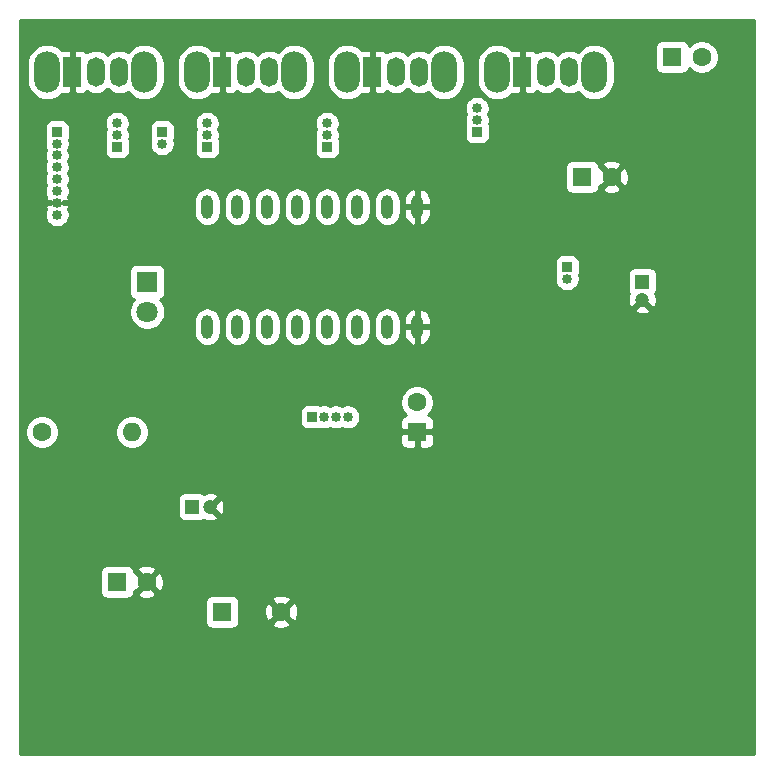
<source format=gbr>
G04 #@! TF.GenerationSoftware,KiCad,Pcbnew,(5.1.5)-3*
G04 #@! TF.CreationDate,2020-04-10T15:09:37-04:00*
G04 #@! TF.ProjectId,final_project,66696e61-6c5f-4707-926f-6a6563742e6b,rev?*
G04 #@! TF.SameCoordinates,Original*
G04 #@! TF.FileFunction,Copper,L2,Bot*
G04 #@! TF.FilePolarity,Positive*
%FSLAX46Y46*%
G04 Gerber Fmt 4.6, Leading zero omitted, Abs format (unit mm)*
G04 Created by KiCad (PCBNEW (5.1.5)-3) date 2020-04-10 15:09:37*
%MOMM*%
%LPD*%
G04 APERTURE LIST*
%ADD10R,0.850000X0.850000*%
%ADD11O,0.850000X0.850000*%
%ADD12R,1.600000X1.600000*%
%ADD13C,1.600000*%
%ADD14R,1.200000X1.200000*%
%ADD15C,1.200000*%
%ADD16R,1.800000X1.800000*%
%ADD17C,1.800000*%
%ADD18O,1.600000X1.600000*%
%ADD19O,2.200000X3.500000*%
%ADD20O,1.500000X2.500000*%
%ADD21R,1.500000X2.500000*%
%ADD22O,1.020000X2.000000*%
%ADD23C,0.254000*%
G04 APERTURE END LIST*
D10*
X124460000Y-68580000D03*
D11*
X124460000Y-67580000D03*
X124460000Y-66580000D03*
D12*
X142240000Y-92710000D03*
D13*
X142240000Y-90210000D03*
D14*
X161290000Y-80010000D03*
D15*
X161290000Y-81510000D03*
D12*
X125730000Y-107950000D03*
D13*
X130730000Y-107950000D03*
D15*
X124690000Y-99060000D03*
D14*
X123190000Y-99060000D03*
D13*
X119340000Y-105410000D03*
D12*
X116840000Y-105410000D03*
X163830000Y-60960000D03*
D13*
X166330000Y-60960000D03*
X158710000Y-71120000D03*
D12*
X156210000Y-71120000D03*
D16*
X119380000Y-80010000D03*
D17*
X119380000Y-82550000D03*
D10*
X133350000Y-91440000D03*
D11*
X134350000Y-91440000D03*
X135350000Y-91440000D03*
X136350000Y-91440000D03*
D10*
X111760000Y-67310000D03*
D11*
X111760000Y-68310000D03*
X111760000Y-69310000D03*
X111760000Y-70310000D03*
X111760000Y-71310000D03*
X111760000Y-72310000D03*
X111760000Y-73310000D03*
X111760000Y-74310000D03*
D10*
X120650000Y-67310000D03*
D11*
X120650000Y-68310000D03*
X116840000Y-66580000D03*
X116840000Y-67580000D03*
D10*
X116840000Y-68580000D03*
D11*
X134620000Y-66580000D03*
X134620000Y-67580000D03*
D10*
X134620000Y-68580000D03*
X147320000Y-67310000D03*
D11*
X147320000Y-66310000D03*
X147320000Y-65310000D03*
X154940000Y-79740000D03*
D10*
X154940000Y-78740000D03*
D13*
X110490000Y-92710000D03*
D18*
X118110000Y-92710000D03*
D19*
X157230000Y-62230000D03*
X149030000Y-62230000D03*
D20*
X155130000Y-62230000D03*
X153130000Y-62230000D03*
D21*
X151130000Y-62230000D03*
D19*
X119130000Y-62230000D03*
X110930000Y-62230000D03*
D20*
X117030000Y-62230000D03*
X115030000Y-62230000D03*
D21*
X113030000Y-62230000D03*
X125730000Y-62230000D03*
D20*
X127730000Y-62230000D03*
X129730000Y-62230000D03*
D19*
X123630000Y-62230000D03*
X131830000Y-62230000D03*
D21*
X138430000Y-62230000D03*
D20*
X140430000Y-62230000D03*
X142430000Y-62230000D03*
D19*
X136330000Y-62230000D03*
X144530000Y-62230000D03*
D22*
X142240000Y-83820000D03*
X142240000Y-73660000D03*
X139700000Y-83820000D03*
X139700000Y-73660000D03*
X137160000Y-83820000D03*
X137160000Y-73660000D03*
X134620000Y-83820000D03*
X134620000Y-73660000D03*
X132080000Y-83820000D03*
X132080000Y-73660000D03*
X129540000Y-83820000D03*
X129540000Y-73660000D03*
X127000000Y-83820000D03*
X127000000Y-73660000D03*
X124460000Y-83820000D03*
X124460000Y-73660000D03*
D23*
G36*
X170790000Y-119990000D02*
G01*
X108610000Y-119990000D01*
X108610000Y-107150000D01*
X124291928Y-107150000D01*
X124291928Y-108750000D01*
X124304188Y-108874482D01*
X124340498Y-108994180D01*
X124399463Y-109104494D01*
X124478815Y-109201185D01*
X124575506Y-109280537D01*
X124685820Y-109339502D01*
X124805518Y-109375812D01*
X124930000Y-109388072D01*
X126530000Y-109388072D01*
X126654482Y-109375812D01*
X126774180Y-109339502D01*
X126884494Y-109280537D01*
X126981185Y-109201185D01*
X127060537Y-109104494D01*
X127119502Y-108994180D01*
X127135117Y-108942702D01*
X129916903Y-108942702D01*
X129988486Y-109186671D01*
X130243996Y-109307571D01*
X130518184Y-109376300D01*
X130800512Y-109390217D01*
X131080130Y-109348787D01*
X131346292Y-109253603D01*
X131471514Y-109186671D01*
X131543097Y-108942702D01*
X130730000Y-108129605D01*
X129916903Y-108942702D01*
X127135117Y-108942702D01*
X127155812Y-108874482D01*
X127168072Y-108750000D01*
X127168072Y-108020512D01*
X129289783Y-108020512D01*
X129331213Y-108300130D01*
X129426397Y-108566292D01*
X129493329Y-108691514D01*
X129737298Y-108763097D01*
X130550395Y-107950000D01*
X130909605Y-107950000D01*
X131722702Y-108763097D01*
X131966671Y-108691514D01*
X132087571Y-108436004D01*
X132156300Y-108161816D01*
X132170217Y-107879488D01*
X132128787Y-107599870D01*
X132033603Y-107333708D01*
X131966671Y-107208486D01*
X131722702Y-107136903D01*
X130909605Y-107950000D01*
X130550395Y-107950000D01*
X129737298Y-107136903D01*
X129493329Y-107208486D01*
X129372429Y-107463996D01*
X129303700Y-107738184D01*
X129289783Y-108020512D01*
X127168072Y-108020512D01*
X127168072Y-107150000D01*
X127155812Y-107025518D01*
X127135118Y-106957298D01*
X129916903Y-106957298D01*
X130730000Y-107770395D01*
X131543097Y-106957298D01*
X131471514Y-106713329D01*
X131216004Y-106592429D01*
X130941816Y-106523700D01*
X130659488Y-106509783D01*
X130379870Y-106551213D01*
X130113708Y-106646397D01*
X129988486Y-106713329D01*
X129916903Y-106957298D01*
X127135118Y-106957298D01*
X127119502Y-106905820D01*
X127060537Y-106795506D01*
X126981185Y-106698815D01*
X126884494Y-106619463D01*
X126774180Y-106560498D01*
X126654482Y-106524188D01*
X126530000Y-106511928D01*
X124930000Y-106511928D01*
X124805518Y-106524188D01*
X124685820Y-106560498D01*
X124575506Y-106619463D01*
X124478815Y-106698815D01*
X124399463Y-106795506D01*
X124340498Y-106905820D01*
X124304188Y-107025518D01*
X124291928Y-107150000D01*
X108610000Y-107150000D01*
X108610000Y-104610000D01*
X115401928Y-104610000D01*
X115401928Y-106210000D01*
X115414188Y-106334482D01*
X115450498Y-106454180D01*
X115509463Y-106564494D01*
X115588815Y-106661185D01*
X115685506Y-106740537D01*
X115795820Y-106799502D01*
X115915518Y-106835812D01*
X116040000Y-106848072D01*
X117640000Y-106848072D01*
X117764482Y-106835812D01*
X117884180Y-106799502D01*
X117994494Y-106740537D01*
X118091185Y-106661185D01*
X118170537Y-106564494D01*
X118229502Y-106454180D01*
X118245117Y-106402702D01*
X118526903Y-106402702D01*
X118598486Y-106646671D01*
X118853996Y-106767571D01*
X119128184Y-106836300D01*
X119410512Y-106850217D01*
X119690130Y-106808787D01*
X119956292Y-106713603D01*
X120081514Y-106646671D01*
X120153097Y-106402702D01*
X119340000Y-105589605D01*
X118526903Y-106402702D01*
X118245117Y-106402702D01*
X118265812Y-106334482D01*
X118278072Y-106210000D01*
X118278072Y-106202785D01*
X118347298Y-106223097D01*
X119160395Y-105410000D01*
X119519605Y-105410000D01*
X120332702Y-106223097D01*
X120576671Y-106151514D01*
X120697571Y-105896004D01*
X120766300Y-105621816D01*
X120780217Y-105339488D01*
X120738787Y-105059870D01*
X120643603Y-104793708D01*
X120576671Y-104668486D01*
X120332702Y-104596903D01*
X119519605Y-105410000D01*
X119160395Y-105410000D01*
X118347298Y-104596903D01*
X118278072Y-104617215D01*
X118278072Y-104610000D01*
X118265812Y-104485518D01*
X118245118Y-104417298D01*
X118526903Y-104417298D01*
X119340000Y-105230395D01*
X120153097Y-104417298D01*
X120081514Y-104173329D01*
X119826004Y-104052429D01*
X119551816Y-103983700D01*
X119269488Y-103969783D01*
X118989870Y-104011213D01*
X118723708Y-104106397D01*
X118598486Y-104173329D01*
X118526903Y-104417298D01*
X118245118Y-104417298D01*
X118229502Y-104365820D01*
X118170537Y-104255506D01*
X118091185Y-104158815D01*
X117994494Y-104079463D01*
X117884180Y-104020498D01*
X117764482Y-103984188D01*
X117640000Y-103971928D01*
X116040000Y-103971928D01*
X115915518Y-103984188D01*
X115795820Y-104020498D01*
X115685506Y-104079463D01*
X115588815Y-104158815D01*
X115509463Y-104255506D01*
X115450498Y-104365820D01*
X115414188Y-104485518D01*
X115401928Y-104610000D01*
X108610000Y-104610000D01*
X108610000Y-98460000D01*
X121951928Y-98460000D01*
X121951928Y-99660000D01*
X121964188Y-99784482D01*
X122000498Y-99904180D01*
X122059463Y-100014494D01*
X122138815Y-100111185D01*
X122235506Y-100190537D01*
X122345820Y-100249502D01*
X122465518Y-100285812D01*
X122590000Y-100298072D01*
X123790000Y-100298072D01*
X123914482Y-100285812D01*
X124034180Y-100249502D01*
X124144494Y-100190537D01*
X124161681Y-100176432D01*
X124288516Y-100234237D01*
X124525313Y-100290000D01*
X124768438Y-100298495D01*
X125008549Y-100259395D01*
X125236418Y-100174202D01*
X125312852Y-100133348D01*
X125360159Y-99909764D01*
X124690000Y-99239605D01*
X124675858Y-99253748D01*
X124496253Y-99074143D01*
X124510395Y-99060000D01*
X124869605Y-99060000D01*
X125539764Y-99730159D01*
X125763348Y-99682852D01*
X125864237Y-99461484D01*
X125920000Y-99224687D01*
X125928495Y-98981562D01*
X125889395Y-98741451D01*
X125804202Y-98513582D01*
X125763348Y-98437148D01*
X125539764Y-98389841D01*
X124869605Y-99060000D01*
X124510395Y-99060000D01*
X124496253Y-99045858D01*
X124675858Y-98866253D01*
X124690000Y-98880395D01*
X125360159Y-98210236D01*
X125312852Y-97986652D01*
X125091484Y-97885763D01*
X124854687Y-97830000D01*
X124611562Y-97821505D01*
X124371451Y-97860605D01*
X124157883Y-97940451D01*
X124144494Y-97929463D01*
X124034180Y-97870498D01*
X123914482Y-97834188D01*
X123790000Y-97821928D01*
X122590000Y-97821928D01*
X122465518Y-97834188D01*
X122345820Y-97870498D01*
X122235506Y-97929463D01*
X122138815Y-98008815D01*
X122059463Y-98105506D01*
X122000498Y-98215820D01*
X121964188Y-98335518D01*
X121951928Y-98460000D01*
X108610000Y-98460000D01*
X108610000Y-92568665D01*
X109055000Y-92568665D01*
X109055000Y-92851335D01*
X109110147Y-93128574D01*
X109218320Y-93389727D01*
X109375363Y-93624759D01*
X109575241Y-93824637D01*
X109810273Y-93981680D01*
X110071426Y-94089853D01*
X110348665Y-94145000D01*
X110631335Y-94145000D01*
X110908574Y-94089853D01*
X111169727Y-93981680D01*
X111404759Y-93824637D01*
X111604637Y-93624759D01*
X111761680Y-93389727D01*
X111869853Y-93128574D01*
X111925000Y-92851335D01*
X111925000Y-92568665D01*
X116675000Y-92568665D01*
X116675000Y-92851335D01*
X116730147Y-93128574D01*
X116838320Y-93389727D01*
X116995363Y-93624759D01*
X117195241Y-93824637D01*
X117430273Y-93981680D01*
X117691426Y-94089853D01*
X117968665Y-94145000D01*
X118251335Y-94145000D01*
X118528574Y-94089853D01*
X118789727Y-93981680D01*
X119024759Y-93824637D01*
X119224637Y-93624759D01*
X119301316Y-93510000D01*
X140801928Y-93510000D01*
X140814188Y-93634482D01*
X140850498Y-93754180D01*
X140909463Y-93864494D01*
X140988815Y-93961185D01*
X141085506Y-94040537D01*
X141195820Y-94099502D01*
X141315518Y-94135812D01*
X141440000Y-94148072D01*
X141954250Y-94145000D01*
X142113000Y-93986250D01*
X142113000Y-92837000D01*
X142367000Y-92837000D01*
X142367000Y-93986250D01*
X142525750Y-94145000D01*
X143040000Y-94148072D01*
X143164482Y-94135812D01*
X143284180Y-94099502D01*
X143394494Y-94040537D01*
X143491185Y-93961185D01*
X143570537Y-93864494D01*
X143629502Y-93754180D01*
X143665812Y-93634482D01*
X143678072Y-93510000D01*
X143675000Y-92995750D01*
X143516250Y-92837000D01*
X142367000Y-92837000D01*
X142113000Y-92837000D01*
X140963750Y-92837000D01*
X140805000Y-92995750D01*
X140801928Y-93510000D01*
X119301316Y-93510000D01*
X119381680Y-93389727D01*
X119489853Y-93128574D01*
X119545000Y-92851335D01*
X119545000Y-92568665D01*
X119489853Y-92291426D01*
X119381680Y-92030273D01*
X119224637Y-91795241D01*
X119024759Y-91595363D01*
X118789727Y-91438320D01*
X118528574Y-91330147D01*
X118251335Y-91275000D01*
X117968665Y-91275000D01*
X117691426Y-91330147D01*
X117430273Y-91438320D01*
X117195241Y-91595363D01*
X116995363Y-91795241D01*
X116838320Y-92030273D01*
X116730147Y-92291426D01*
X116675000Y-92568665D01*
X111925000Y-92568665D01*
X111869853Y-92291426D01*
X111761680Y-92030273D01*
X111604637Y-91795241D01*
X111404759Y-91595363D01*
X111169727Y-91438320D01*
X110908574Y-91330147D01*
X110631335Y-91275000D01*
X110348665Y-91275000D01*
X110071426Y-91330147D01*
X109810273Y-91438320D01*
X109575241Y-91595363D01*
X109375363Y-91795241D01*
X109218320Y-92030273D01*
X109110147Y-92291426D01*
X109055000Y-92568665D01*
X108610000Y-92568665D01*
X108610000Y-91015000D01*
X132286928Y-91015000D01*
X132286928Y-91865000D01*
X132299188Y-91989482D01*
X132335498Y-92109180D01*
X132394463Y-92219494D01*
X132473815Y-92316185D01*
X132570506Y-92395537D01*
X132680820Y-92454502D01*
X132800518Y-92490812D01*
X132925000Y-92503072D01*
X133775000Y-92503072D01*
X133899482Y-92490812D01*
X134019180Y-92454502D01*
X134023603Y-92452138D01*
X134040809Y-92459265D01*
X134245599Y-92500000D01*
X134454401Y-92500000D01*
X134659191Y-92459265D01*
X134850000Y-92380229D01*
X135040809Y-92459265D01*
X135245599Y-92500000D01*
X135454401Y-92500000D01*
X135659191Y-92459265D01*
X135850000Y-92380229D01*
X136040809Y-92459265D01*
X136245599Y-92500000D01*
X136454401Y-92500000D01*
X136659191Y-92459265D01*
X136852098Y-92379360D01*
X137025711Y-92263356D01*
X137173356Y-92115711D01*
X137289360Y-91942098D01*
X137302655Y-91910000D01*
X140801928Y-91910000D01*
X140805000Y-92424250D01*
X140963750Y-92583000D01*
X142113000Y-92583000D01*
X142113000Y-92563000D01*
X142367000Y-92563000D01*
X142367000Y-92583000D01*
X143516250Y-92583000D01*
X143675000Y-92424250D01*
X143678072Y-91910000D01*
X143665812Y-91785518D01*
X143629502Y-91665820D01*
X143570537Y-91555506D01*
X143491185Y-91458815D01*
X143394494Y-91379463D01*
X143284180Y-91320498D01*
X143188057Y-91291339D01*
X143354637Y-91124759D01*
X143511680Y-90889727D01*
X143619853Y-90628574D01*
X143675000Y-90351335D01*
X143675000Y-90068665D01*
X143619853Y-89791426D01*
X143511680Y-89530273D01*
X143354637Y-89295241D01*
X143154759Y-89095363D01*
X142919727Y-88938320D01*
X142658574Y-88830147D01*
X142381335Y-88775000D01*
X142098665Y-88775000D01*
X141821426Y-88830147D01*
X141560273Y-88938320D01*
X141325241Y-89095363D01*
X141125363Y-89295241D01*
X140968320Y-89530273D01*
X140860147Y-89791426D01*
X140805000Y-90068665D01*
X140805000Y-90351335D01*
X140860147Y-90628574D01*
X140968320Y-90889727D01*
X141125363Y-91124759D01*
X141291943Y-91291339D01*
X141195820Y-91320498D01*
X141085506Y-91379463D01*
X140988815Y-91458815D01*
X140909463Y-91555506D01*
X140850498Y-91665820D01*
X140814188Y-91785518D01*
X140801928Y-91910000D01*
X137302655Y-91910000D01*
X137369265Y-91749191D01*
X137410000Y-91544401D01*
X137410000Y-91335599D01*
X137369265Y-91130809D01*
X137289360Y-90937902D01*
X137173356Y-90764289D01*
X137025711Y-90616644D01*
X136852098Y-90500640D01*
X136659191Y-90420735D01*
X136454401Y-90380000D01*
X136245599Y-90380000D01*
X136040809Y-90420735D01*
X135850000Y-90499771D01*
X135659191Y-90420735D01*
X135454401Y-90380000D01*
X135245599Y-90380000D01*
X135040809Y-90420735D01*
X134850000Y-90499771D01*
X134659191Y-90420735D01*
X134454401Y-90380000D01*
X134245599Y-90380000D01*
X134040809Y-90420735D01*
X134023603Y-90427862D01*
X134019180Y-90425498D01*
X133899482Y-90389188D01*
X133775000Y-90376928D01*
X132925000Y-90376928D01*
X132800518Y-90389188D01*
X132680820Y-90425498D01*
X132570506Y-90484463D01*
X132473815Y-90563815D01*
X132394463Y-90660506D01*
X132335498Y-90770820D01*
X132299188Y-90890518D01*
X132286928Y-91015000D01*
X108610000Y-91015000D01*
X108610000Y-79110000D01*
X117841928Y-79110000D01*
X117841928Y-80910000D01*
X117854188Y-81034482D01*
X117890498Y-81154180D01*
X117949463Y-81264494D01*
X118028815Y-81361185D01*
X118125506Y-81440537D01*
X118235820Y-81499502D01*
X118254127Y-81505056D01*
X118187688Y-81571495D01*
X118019701Y-81822905D01*
X117903989Y-82102257D01*
X117845000Y-82398816D01*
X117845000Y-82701184D01*
X117903989Y-82997743D01*
X118019701Y-83277095D01*
X118187688Y-83528505D01*
X118401495Y-83742312D01*
X118652905Y-83910299D01*
X118932257Y-84026011D01*
X119228816Y-84085000D01*
X119531184Y-84085000D01*
X119827743Y-84026011D01*
X120107095Y-83910299D01*
X120358505Y-83742312D01*
X120572312Y-83528505D01*
X120740299Y-83277095D01*
X120741684Y-83273751D01*
X123315000Y-83273751D01*
X123315000Y-84366248D01*
X123331567Y-84534458D01*
X123397040Y-84750292D01*
X123503361Y-84949205D01*
X123646445Y-85123555D01*
X123820794Y-85266639D01*
X124019707Y-85372960D01*
X124235541Y-85438433D01*
X124460000Y-85460540D01*
X124684458Y-85438433D01*
X124900292Y-85372960D01*
X125099205Y-85266639D01*
X125273555Y-85123555D01*
X125416639Y-84949206D01*
X125522960Y-84750293D01*
X125588433Y-84534459D01*
X125605000Y-84366249D01*
X125605000Y-83273752D01*
X125605000Y-83273751D01*
X125855000Y-83273751D01*
X125855000Y-84366248D01*
X125871567Y-84534458D01*
X125937040Y-84750292D01*
X126043361Y-84949205D01*
X126186445Y-85123555D01*
X126360794Y-85266639D01*
X126559707Y-85372960D01*
X126775541Y-85438433D01*
X127000000Y-85460540D01*
X127224458Y-85438433D01*
X127440292Y-85372960D01*
X127639205Y-85266639D01*
X127813555Y-85123555D01*
X127956639Y-84949206D01*
X128062960Y-84750293D01*
X128128433Y-84534459D01*
X128145000Y-84366249D01*
X128145000Y-83273752D01*
X128145000Y-83273751D01*
X128395000Y-83273751D01*
X128395000Y-84366248D01*
X128411567Y-84534458D01*
X128477040Y-84750292D01*
X128583361Y-84949205D01*
X128726445Y-85123555D01*
X128900794Y-85266639D01*
X129099707Y-85372960D01*
X129315541Y-85438433D01*
X129540000Y-85460540D01*
X129764458Y-85438433D01*
X129980292Y-85372960D01*
X130179205Y-85266639D01*
X130353555Y-85123555D01*
X130496639Y-84949206D01*
X130602960Y-84750293D01*
X130668433Y-84534459D01*
X130685000Y-84366249D01*
X130685000Y-83273752D01*
X130685000Y-83273751D01*
X130935000Y-83273751D01*
X130935000Y-84366248D01*
X130951567Y-84534458D01*
X131017040Y-84750292D01*
X131123361Y-84949205D01*
X131266445Y-85123555D01*
X131440794Y-85266639D01*
X131639707Y-85372960D01*
X131855541Y-85438433D01*
X132080000Y-85460540D01*
X132304458Y-85438433D01*
X132520292Y-85372960D01*
X132719205Y-85266639D01*
X132893555Y-85123555D01*
X133036639Y-84949206D01*
X133142960Y-84750293D01*
X133208433Y-84534459D01*
X133225000Y-84366249D01*
X133225000Y-83273752D01*
X133225000Y-83273751D01*
X133475000Y-83273751D01*
X133475000Y-84366248D01*
X133491567Y-84534458D01*
X133557040Y-84750292D01*
X133663361Y-84949205D01*
X133806445Y-85123555D01*
X133980794Y-85266639D01*
X134179707Y-85372960D01*
X134395541Y-85438433D01*
X134620000Y-85460540D01*
X134844458Y-85438433D01*
X135060292Y-85372960D01*
X135259205Y-85266639D01*
X135433555Y-85123555D01*
X135576639Y-84949206D01*
X135682960Y-84750293D01*
X135748433Y-84534459D01*
X135765000Y-84366249D01*
X135765000Y-83273752D01*
X135765000Y-83273751D01*
X136015000Y-83273751D01*
X136015000Y-84366248D01*
X136031567Y-84534458D01*
X136097040Y-84750292D01*
X136203361Y-84949205D01*
X136346445Y-85123555D01*
X136520794Y-85266639D01*
X136719707Y-85372960D01*
X136935541Y-85438433D01*
X137160000Y-85460540D01*
X137384458Y-85438433D01*
X137600292Y-85372960D01*
X137799205Y-85266639D01*
X137973555Y-85123555D01*
X138116639Y-84949206D01*
X138222960Y-84750293D01*
X138288433Y-84534459D01*
X138305000Y-84366249D01*
X138305000Y-83273752D01*
X138305000Y-83273751D01*
X138555000Y-83273751D01*
X138555000Y-84366248D01*
X138571567Y-84534458D01*
X138637040Y-84750292D01*
X138743361Y-84949205D01*
X138886445Y-85123555D01*
X139060794Y-85266639D01*
X139259707Y-85372960D01*
X139475541Y-85438433D01*
X139700000Y-85460540D01*
X139924458Y-85438433D01*
X140140292Y-85372960D01*
X140339205Y-85266639D01*
X140513555Y-85123555D01*
X140656639Y-84949206D01*
X140762960Y-84750293D01*
X140828433Y-84534459D01*
X140845000Y-84366249D01*
X140845000Y-83947000D01*
X141095000Y-83947000D01*
X141095000Y-84437000D01*
X141141777Y-84657938D01*
X141230758Y-84865505D01*
X141358524Y-85051724D01*
X141520164Y-85209439D01*
X141709467Y-85332590D01*
X141936551Y-85414058D01*
X142113000Y-85288039D01*
X142113000Y-83947000D01*
X142367000Y-83947000D01*
X142367000Y-85288039D01*
X142543449Y-85414058D01*
X142770533Y-85332590D01*
X142959836Y-85209439D01*
X143121476Y-85051724D01*
X143249242Y-84865505D01*
X143338223Y-84657938D01*
X143385000Y-84437000D01*
X143385000Y-83947000D01*
X142367000Y-83947000D01*
X142113000Y-83947000D01*
X141095000Y-83947000D01*
X140845000Y-83947000D01*
X140845000Y-83273752D01*
X140838032Y-83203000D01*
X141095000Y-83203000D01*
X141095000Y-83693000D01*
X142113000Y-83693000D01*
X142113000Y-82351961D01*
X142367000Y-82351961D01*
X142367000Y-83693000D01*
X143385000Y-83693000D01*
X143385000Y-83203000D01*
X143338223Y-82982062D01*
X143249242Y-82774495D01*
X143121476Y-82588276D01*
X142959836Y-82430561D01*
X142851010Y-82359764D01*
X160619841Y-82359764D01*
X160667148Y-82583348D01*
X160888516Y-82684237D01*
X161125313Y-82740000D01*
X161368438Y-82748495D01*
X161608549Y-82709395D01*
X161836418Y-82624202D01*
X161912852Y-82583348D01*
X161960159Y-82359764D01*
X161290000Y-81689605D01*
X160619841Y-82359764D01*
X142851010Y-82359764D01*
X142770533Y-82307410D01*
X142543449Y-82225942D01*
X142367000Y-82351961D01*
X142113000Y-82351961D01*
X141936551Y-82225942D01*
X141709467Y-82307410D01*
X141520164Y-82430561D01*
X141358524Y-82588276D01*
X141230758Y-82774495D01*
X141141777Y-82982062D01*
X141095000Y-83203000D01*
X140838032Y-83203000D01*
X140828433Y-83105541D01*
X140762960Y-82889707D01*
X140656639Y-82690794D01*
X140513555Y-82516445D01*
X140339206Y-82373361D01*
X140140293Y-82267040D01*
X139924459Y-82201567D01*
X139700000Y-82179460D01*
X139475542Y-82201567D01*
X139259708Y-82267040D01*
X139060795Y-82373361D01*
X138886446Y-82516445D01*
X138743362Y-82690794D01*
X138637040Y-82889707D01*
X138571567Y-83105541D01*
X138555000Y-83273751D01*
X138305000Y-83273751D01*
X138288433Y-83105541D01*
X138222960Y-82889707D01*
X138116639Y-82690794D01*
X137973555Y-82516445D01*
X137799206Y-82373361D01*
X137600293Y-82267040D01*
X137384459Y-82201567D01*
X137160000Y-82179460D01*
X136935542Y-82201567D01*
X136719708Y-82267040D01*
X136520795Y-82373361D01*
X136346446Y-82516445D01*
X136203362Y-82690794D01*
X136097040Y-82889707D01*
X136031567Y-83105541D01*
X136015000Y-83273751D01*
X135765000Y-83273751D01*
X135748433Y-83105541D01*
X135682960Y-82889707D01*
X135576639Y-82690794D01*
X135433555Y-82516445D01*
X135259206Y-82373361D01*
X135060293Y-82267040D01*
X134844459Y-82201567D01*
X134620000Y-82179460D01*
X134395542Y-82201567D01*
X134179708Y-82267040D01*
X133980795Y-82373361D01*
X133806446Y-82516445D01*
X133663362Y-82690794D01*
X133557040Y-82889707D01*
X133491567Y-83105541D01*
X133475000Y-83273751D01*
X133225000Y-83273751D01*
X133208433Y-83105541D01*
X133142960Y-82889707D01*
X133036639Y-82690794D01*
X132893555Y-82516445D01*
X132719206Y-82373361D01*
X132520293Y-82267040D01*
X132304459Y-82201567D01*
X132080000Y-82179460D01*
X131855542Y-82201567D01*
X131639708Y-82267040D01*
X131440795Y-82373361D01*
X131266446Y-82516445D01*
X131123362Y-82690794D01*
X131017040Y-82889707D01*
X130951567Y-83105541D01*
X130935000Y-83273751D01*
X130685000Y-83273751D01*
X130668433Y-83105541D01*
X130602960Y-82889707D01*
X130496639Y-82690794D01*
X130353555Y-82516445D01*
X130179206Y-82373361D01*
X129980293Y-82267040D01*
X129764459Y-82201567D01*
X129540000Y-82179460D01*
X129315542Y-82201567D01*
X129099708Y-82267040D01*
X128900795Y-82373361D01*
X128726446Y-82516445D01*
X128583362Y-82690794D01*
X128477040Y-82889707D01*
X128411567Y-83105541D01*
X128395000Y-83273751D01*
X128145000Y-83273751D01*
X128128433Y-83105541D01*
X128062960Y-82889707D01*
X127956639Y-82690794D01*
X127813555Y-82516445D01*
X127639206Y-82373361D01*
X127440293Y-82267040D01*
X127224459Y-82201567D01*
X127000000Y-82179460D01*
X126775542Y-82201567D01*
X126559708Y-82267040D01*
X126360795Y-82373361D01*
X126186446Y-82516445D01*
X126043362Y-82690794D01*
X125937040Y-82889707D01*
X125871567Y-83105541D01*
X125855000Y-83273751D01*
X125605000Y-83273751D01*
X125588433Y-83105541D01*
X125522960Y-82889707D01*
X125416639Y-82690794D01*
X125273555Y-82516445D01*
X125099206Y-82373361D01*
X124900293Y-82267040D01*
X124684459Y-82201567D01*
X124460000Y-82179460D01*
X124235542Y-82201567D01*
X124019708Y-82267040D01*
X123820795Y-82373361D01*
X123646446Y-82516445D01*
X123503362Y-82690794D01*
X123397040Y-82889707D01*
X123331567Y-83105541D01*
X123315000Y-83273751D01*
X120741684Y-83273751D01*
X120856011Y-82997743D01*
X120915000Y-82701184D01*
X120915000Y-82398816D01*
X120856011Y-82102257D01*
X120740299Y-81822905D01*
X120583633Y-81588438D01*
X160051505Y-81588438D01*
X160090605Y-81828549D01*
X160175798Y-82056418D01*
X160216652Y-82132852D01*
X160440236Y-82180159D01*
X161110395Y-81510000D01*
X161096253Y-81495858D01*
X161275858Y-81316253D01*
X161290000Y-81330395D01*
X161304143Y-81316253D01*
X161483748Y-81495858D01*
X161469605Y-81510000D01*
X162139764Y-82180159D01*
X162363348Y-82132852D01*
X162464237Y-81911484D01*
X162520000Y-81674687D01*
X162528495Y-81431562D01*
X162489395Y-81191451D01*
X162409549Y-80977883D01*
X162420537Y-80964494D01*
X162479502Y-80854180D01*
X162515812Y-80734482D01*
X162528072Y-80610000D01*
X162528072Y-79410000D01*
X162515812Y-79285518D01*
X162479502Y-79165820D01*
X162420537Y-79055506D01*
X162341185Y-78958815D01*
X162244494Y-78879463D01*
X162134180Y-78820498D01*
X162014482Y-78784188D01*
X161890000Y-78771928D01*
X160690000Y-78771928D01*
X160565518Y-78784188D01*
X160445820Y-78820498D01*
X160335506Y-78879463D01*
X160238815Y-78958815D01*
X160159463Y-79055506D01*
X160100498Y-79165820D01*
X160064188Y-79285518D01*
X160051928Y-79410000D01*
X160051928Y-80610000D01*
X160064188Y-80734482D01*
X160100498Y-80854180D01*
X160159463Y-80964494D01*
X160173568Y-80981681D01*
X160115763Y-81108516D01*
X160060000Y-81345313D01*
X160051505Y-81588438D01*
X120583633Y-81588438D01*
X120572312Y-81571495D01*
X120505873Y-81505056D01*
X120524180Y-81499502D01*
X120634494Y-81440537D01*
X120731185Y-81361185D01*
X120810537Y-81264494D01*
X120869502Y-81154180D01*
X120905812Y-81034482D01*
X120918072Y-80910000D01*
X120918072Y-79110000D01*
X120905812Y-78985518D01*
X120869502Y-78865820D01*
X120810537Y-78755506D01*
X120731185Y-78658815D01*
X120634494Y-78579463D01*
X120524180Y-78520498D01*
X120404482Y-78484188D01*
X120280000Y-78471928D01*
X118480000Y-78471928D01*
X118355518Y-78484188D01*
X118235820Y-78520498D01*
X118125506Y-78579463D01*
X118028815Y-78658815D01*
X117949463Y-78755506D01*
X117890498Y-78865820D01*
X117854188Y-78985518D01*
X117841928Y-79110000D01*
X108610000Y-79110000D01*
X108610000Y-78315000D01*
X153876928Y-78315000D01*
X153876928Y-79165000D01*
X153889188Y-79289482D01*
X153925498Y-79409180D01*
X153927862Y-79413603D01*
X153920735Y-79430809D01*
X153880000Y-79635599D01*
X153880000Y-79844401D01*
X153920735Y-80049191D01*
X154000640Y-80242098D01*
X154116644Y-80415711D01*
X154264289Y-80563356D01*
X154437902Y-80679360D01*
X154630809Y-80759265D01*
X154835599Y-80800000D01*
X155044401Y-80800000D01*
X155249191Y-80759265D01*
X155442098Y-80679360D01*
X155615711Y-80563356D01*
X155763356Y-80415711D01*
X155879360Y-80242098D01*
X155959265Y-80049191D01*
X156000000Y-79844401D01*
X156000000Y-79635599D01*
X155959265Y-79430809D01*
X155952138Y-79413603D01*
X155954502Y-79409180D01*
X155990812Y-79289482D01*
X156003072Y-79165000D01*
X156003072Y-78315000D01*
X155990812Y-78190518D01*
X155954502Y-78070820D01*
X155895537Y-77960506D01*
X155816185Y-77863815D01*
X155719494Y-77784463D01*
X155609180Y-77725498D01*
X155489482Y-77689188D01*
X155365000Y-77676928D01*
X154515000Y-77676928D01*
X154390518Y-77689188D01*
X154270820Y-77725498D01*
X154160506Y-77784463D01*
X154063815Y-77863815D01*
X153984463Y-77960506D01*
X153925498Y-78070820D01*
X153889188Y-78190518D01*
X153876928Y-78315000D01*
X108610000Y-78315000D01*
X108610000Y-66885000D01*
X110696928Y-66885000D01*
X110696928Y-67735000D01*
X110709188Y-67859482D01*
X110745498Y-67979180D01*
X110747862Y-67983603D01*
X110740735Y-68000809D01*
X110700000Y-68205599D01*
X110700000Y-68414401D01*
X110740735Y-68619191D01*
X110819771Y-68810000D01*
X110740735Y-69000809D01*
X110700000Y-69205599D01*
X110700000Y-69414401D01*
X110740735Y-69619191D01*
X110819771Y-69810000D01*
X110740735Y-70000809D01*
X110700000Y-70205599D01*
X110700000Y-70414401D01*
X110740735Y-70619191D01*
X110819771Y-70810000D01*
X110740735Y-71000809D01*
X110700000Y-71205599D01*
X110700000Y-71414401D01*
X110740735Y-71619191D01*
X110819771Y-71810000D01*
X110740735Y-72000809D01*
X110700000Y-72205599D01*
X110700000Y-72414401D01*
X110740735Y-72619191D01*
X110820640Y-72812098D01*
X110823994Y-72817118D01*
X110751128Y-72984750D01*
X110740460Y-73019938D01*
X110867743Y-73183000D01*
X111158587Y-73183000D01*
X111257902Y-73249360D01*
X111404299Y-73310000D01*
X111257902Y-73370640D01*
X111158587Y-73437000D01*
X110867743Y-73437000D01*
X110740460Y-73600062D01*
X110751128Y-73635250D01*
X110823994Y-73802882D01*
X110820640Y-73807902D01*
X110740735Y-74000809D01*
X110700000Y-74205599D01*
X110700000Y-74414401D01*
X110740735Y-74619191D01*
X110820640Y-74812098D01*
X110936644Y-74985711D01*
X111084289Y-75133356D01*
X111257902Y-75249360D01*
X111450809Y-75329265D01*
X111655599Y-75370000D01*
X111864401Y-75370000D01*
X112069191Y-75329265D01*
X112262098Y-75249360D01*
X112435711Y-75133356D01*
X112583356Y-74985711D01*
X112699360Y-74812098D01*
X112779265Y-74619191D01*
X112820000Y-74414401D01*
X112820000Y-74205599D01*
X112779265Y-74000809D01*
X112699360Y-73807902D01*
X112696006Y-73802882D01*
X112768872Y-73635250D01*
X112779540Y-73600062D01*
X112652257Y-73437000D01*
X112361413Y-73437000D01*
X112262098Y-73370640D01*
X112115701Y-73310000D01*
X112262098Y-73249360D01*
X112361413Y-73183000D01*
X112652257Y-73183000D01*
X112706311Y-73113751D01*
X123315000Y-73113751D01*
X123315000Y-74206248D01*
X123331567Y-74374458D01*
X123397040Y-74590292D01*
X123503361Y-74789205D01*
X123646445Y-74963555D01*
X123820794Y-75106639D01*
X124019707Y-75212960D01*
X124235541Y-75278433D01*
X124460000Y-75300540D01*
X124684458Y-75278433D01*
X124900292Y-75212960D01*
X125099205Y-75106639D01*
X125273555Y-74963555D01*
X125416639Y-74789206D01*
X125522960Y-74590293D01*
X125588433Y-74374459D01*
X125605000Y-74206249D01*
X125605000Y-73113752D01*
X125605000Y-73113751D01*
X125855000Y-73113751D01*
X125855000Y-74206248D01*
X125871567Y-74374458D01*
X125937040Y-74590292D01*
X126043361Y-74789205D01*
X126186445Y-74963555D01*
X126360794Y-75106639D01*
X126559707Y-75212960D01*
X126775541Y-75278433D01*
X127000000Y-75300540D01*
X127224458Y-75278433D01*
X127440292Y-75212960D01*
X127639205Y-75106639D01*
X127813555Y-74963555D01*
X127956639Y-74789206D01*
X128062960Y-74590293D01*
X128128433Y-74374459D01*
X128145000Y-74206249D01*
X128145000Y-73113752D01*
X128145000Y-73113751D01*
X128395000Y-73113751D01*
X128395000Y-74206248D01*
X128411567Y-74374458D01*
X128477040Y-74590292D01*
X128583361Y-74789205D01*
X128726445Y-74963555D01*
X128900794Y-75106639D01*
X129099707Y-75212960D01*
X129315541Y-75278433D01*
X129540000Y-75300540D01*
X129764458Y-75278433D01*
X129980292Y-75212960D01*
X130179205Y-75106639D01*
X130353555Y-74963555D01*
X130496639Y-74789206D01*
X130602960Y-74590293D01*
X130668433Y-74374459D01*
X130685000Y-74206249D01*
X130685000Y-73113752D01*
X130685000Y-73113751D01*
X130935000Y-73113751D01*
X130935000Y-74206248D01*
X130951567Y-74374458D01*
X131017040Y-74590292D01*
X131123361Y-74789205D01*
X131266445Y-74963555D01*
X131440794Y-75106639D01*
X131639707Y-75212960D01*
X131855541Y-75278433D01*
X132080000Y-75300540D01*
X132304458Y-75278433D01*
X132520292Y-75212960D01*
X132719205Y-75106639D01*
X132893555Y-74963555D01*
X133036639Y-74789206D01*
X133142960Y-74590293D01*
X133208433Y-74374459D01*
X133225000Y-74206249D01*
X133225000Y-73113752D01*
X133225000Y-73113751D01*
X133475000Y-73113751D01*
X133475000Y-74206248D01*
X133491567Y-74374458D01*
X133557040Y-74590292D01*
X133663361Y-74789205D01*
X133806445Y-74963555D01*
X133980794Y-75106639D01*
X134179707Y-75212960D01*
X134395541Y-75278433D01*
X134620000Y-75300540D01*
X134844458Y-75278433D01*
X135060292Y-75212960D01*
X135259205Y-75106639D01*
X135433555Y-74963555D01*
X135576639Y-74789206D01*
X135682960Y-74590293D01*
X135748433Y-74374459D01*
X135765000Y-74206249D01*
X135765000Y-73113752D01*
X135765000Y-73113751D01*
X136015000Y-73113751D01*
X136015000Y-74206248D01*
X136031567Y-74374458D01*
X136097040Y-74590292D01*
X136203361Y-74789205D01*
X136346445Y-74963555D01*
X136520794Y-75106639D01*
X136719707Y-75212960D01*
X136935541Y-75278433D01*
X137160000Y-75300540D01*
X137384458Y-75278433D01*
X137600292Y-75212960D01*
X137799205Y-75106639D01*
X137973555Y-74963555D01*
X138116639Y-74789206D01*
X138222960Y-74590293D01*
X138288433Y-74374459D01*
X138305000Y-74206249D01*
X138305000Y-73113752D01*
X138305000Y-73113751D01*
X138555000Y-73113751D01*
X138555000Y-74206248D01*
X138571567Y-74374458D01*
X138637040Y-74590292D01*
X138743361Y-74789205D01*
X138886445Y-74963555D01*
X139060794Y-75106639D01*
X139259707Y-75212960D01*
X139475541Y-75278433D01*
X139700000Y-75300540D01*
X139924458Y-75278433D01*
X140140292Y-75212960D01*
X140339205Y-75106639D01*
X140513555Y-74963555D01*
X140656639Y-74789206D01*
X140762960Y-74590293D01*
X140828433Y-74374459D01*
X140845000Y-74206249D01*
X140845000Y-73787000D01*
X141095000Y-73787000D01*
X141095000Y-74277000D01*
X141141777Y-74497938D01*
X141230758Y-74705505D01*
X141358524Y-74891724D01*
X141520164Y-75049439D01*
X141709467Y-75172590D01*
X141936551Y-75254058D01*
X142113000Y-75128039D01*
X142113000Y-73787000D01*
X142367000Y-73787000D01*
X142367000Y-75128039D01*
X142543449Y-75254058D01*
X142770533Y-75172590D01*
X142959836Y-75049439D01*
X143121476Y-74891724D01*
X143249242Y-74705505D01*
X143338223Y-74497938D01*
X143385000Y-74277000D01*
X143385000Y-73787000D01*
X142367000Y-73787000D01*
X142113000Y-73787000D01*
X141095000Y-73787000D01*
X140845000Y-73787000D01*
X140845000Y-73113752D01*
X140838032Y-73043000D01*
X141095000Y-73043000D01*
X141095000Y-73533000D01*
X142113000Y-73533000D01*
X142113000Y-72191961D01*
X142367000Y-72191961D01*
X142367000Y-73533000D01*
X143385000Y-73533000D01*
X143385000Y-73043000D01*
X143338223Y-72822062D01*
X143249242Y-72614495D01*
X143121476Y-72428276D01*
X142959836Y-72270561D01*
X142770533Y-72147410D01*
X142543449Y-72065942D01*
X142367000Y-72191961D01*
X142113000Y-72191961D01*
X141936551Y-72065942D01*
X141709467Y-72147410D01*
X141520164Y-72270561D01*
X141358524Y-72428276D01*
X141230758Y-72614495D01*
X141141777Y-72822062D01*
X141095000Y-73043000D01*
X140838032Y-73043000D01*
X140828433Y-72945541D01*
X140762960Y-72729707D01*
X140656639Y-72530794D01*
X140513555Y-72356445D01*
X140339206Y-72213361D01*
X140140293Y-72107040D01*
X139924459Y-72041567D01*
X139700000Y-72019460D01*
X139475542Y-72041567D01*
X139259708Y-72107040D01*
X139060795Y-72213361D01*
X138886446Y-72356445D01*
X138743362Y-72530794D01*
X138637040Y-72729707D01*
X138571567Y-72945541D01*
X138555000Y-73113751D01*
X138305000Y-73113751D01*
X138288433Y-72945541D01*
X138222960Y-72729707D01*
X138116639Y-72530794D01*
X137973555Y-72356445D01*
X137799206Y-72213361D01*
X137600293Y-72107040D01*
X137384459Y-72041567D01*
X137160000Y-72019460D01*
X136935542Y-72041567D01*
X136719708Y-72107040D01*
X136520795Y-72213361D01*
X136346446Y-72356445D01*
X136203362Y-72530794D01*
X136097040Y-72729707D01*
X136031567Y-72945541D01*
X136015000Y-73113751D01*
X135765000Y-73113751D01*
X135748433Y-72945541D01*
X135682960Y-72729707D01*
X135576639Y-72530794D01*
X135433555Y-72356445D01*
X135259206Y-72213361D01*
X135060293Y-72107040D01*
X134844459Y-72041567D01*
X134620000Y-72019460D01*
X134395542Y-72041567D01*
X134179708Y-72107040D01*
X133980795Y-72213361D01*
X133806446Y-72356445D01*
X133663362Y-72530794D01*
X133557040Y-72729707D01*
X133491567Y-72945541D01*
X133475000Y-73113751D01*
X133225000Y-73113751D01*
X133208433Y-72945541D01*
X133142960Y-72729707D01*
X133036639Y-72530794D01*
X132893555Y-72356445D01*
X132719206Y-72213361D01*
X132520293Y-72107040D01*
X132304459Y-72041567D01*
X132080000Y-72019460D01*
X131855542Y-72041567D01*
X131639708Y-72107040D01*
X131440795Y-72213361D01*
X131266446Y-72356445D01*
X131123362Y-72530794D01*
X131017040Y-72729707D01*
X130951567Y-72945541D01*
X130935000Y-73113751D01*
X130685000Y-73113751D01*
X130668433Y-72945541D01*
X130602960Y-72729707D01*
X130496639Y-72530794D01*
X130353555Y-72356445D01*
X130179206Y-72213361D01*
X129980293Y-72107040D01*
X129764459Y-72041567D01*
X129540000Y-72019460D01*
X129315542Y-72041567D01*
X129099708Y-72107040D01*
X128900795Y-72213361D01*
X128726446Y-72356445D01*
X128583362Y-72530794D01*
X128477040Y-72729707D01*
X128411567Y-72945541D01*
X128395000Y-73113751D01*
X128145000Y-73113751D01*
X128128433Y-72945541D01*
X128062960Y-72729707D01*
X127956639Y-72530794D01*
X127813555Y-72356445D01*
X127639206Y-72213361D01*
X127440293Y-72107040D01*
X127224459Y-72041567D01*
X127000000Y-72019460D01*
X126775542Y-72041567D01*
X126559708Y-72107040D01*
X126360795Y-72213361D01*
X126186446Y-72356445D01*
X126043362Y-72530794D01*
X125937040Y-72729707D01*
X125871567Y-72945541D01*
X125855000Y-73113751D01*
X125605000Y-73113751D01*
X125588433Y-72945541D01*
X125522960Y-72729707D01*
X125416639Y-72530794D01*
X125273555Y-72356445D01*
X125099206Y-72213361D01*
X124900293Y-72107040D01*
X124684459Y-72041567D01*
X124460000Y-72019460D01*
X124235542Y-72041567D01*
X124019708Y-72107040D01*
X123820795Y-72213361D01*
X123646446Y-72356445D01*
X123503362Y-72530794D01*
X123397040Y-72729707D01*
X123331567Y-72945541D01*
X123315000Y-73113751D01*
X112706311Y-73113751D01*
X112779540Y-73019938D01*
X112768872Y-72984750D01*
X112696006Y-72817118D01*
X112699360Y-72812098D01*
X112779265Y-72619191D01*
X112820000Y-72414401D01*
X112820000Y-72205599D01*
X112779265Y-72000809D01*
X112700229Y-71810000D01*
X112779265Y-71619191D01*
X112820000Y-71414401D01*
X112820000Y-71205599D01*
X112779265Y-71000809D01*
X112700229Y-70810000D01*
X112779265Y-70619191D01*
X112820000Y-70414401D01*
X112820000Y-70320000D01*
X154771928Y-70320000D01*
X154771928Y-71920000D01*
X154784188Y-72044482D01*
X154820498Y-72164180D01*
X154879463Y-72274494D01*
X154958815Y-72371185D01*
X155055506Y-72450537D01*
X155165820Y-72509502D01*
X155285518Y-72545812D01*
X155410000Y-72558072D01*
X157010000Y-72558072D01*
X157134482Y-72545812D01*
X157254180Y-72509502D01*
X157364494Y-72450537D01*
X157461185Y-72371185D01*
X157540537Y-72274494D01*
X157599502Y-72164180D01*
X157615117Y-72112702D01*
X157896903Y-72112702D01*
X157968486Y-72356671D01*
X158223996Y-72477571D01*
X158498184Y-72546300D01*
X158780512Y-72560217D01*
X159060130Y-72518787D01*
X159326292Y-72423603D01*
X159451514Y-72356671D01*
X159523097Y-72112702D01*
X158710000Y-71299605D01*
X157896903Y-72112702D01*
X157615117Y-72112702D01*
X157635812Y-72044482D01*
X157648072Y-71920000D01*
X157648072Y-71912785D01*
X157717298Y-71933097D01*
X158530395Y-71120000D01*
X158889605Y-71120000D01*
X159702702Y-71933097D01*
X159946671Y-71861514D01*
X160067571Y-71606004D01*
X160136300Y-71331816D01*
X160150217Y-71049488D01*
X160108787Y-70769870D01*
X160013603Y-70503708D01*
X159946671Y-70378486D01*
X159702702Y-70306903D01*
X158889605Y-71120000D01*
X158530395Y-71120000D01*
X157717298Y-70306903D01*
X157648072Y-70327215D01*
X157648072Y-70320000D01*
X157635812Y-70195518D01*
X157615118Y-70127298D01*
X157896903Y-70127298D01*
X158710000Y-70940395D01*
X159523097Y-70127298D01*
X159451514Y-69883329D01*
X159196004Y-69762429D01*
X158921816Y-69693700D01*
X158639488Y-69679783D01*
X158359870Y-69721213D01*
X158093708Y-69816397D01*
X157968486Y-69883329D01*
X157896903Y-70127298D01*
X157615118Y-70127298D01*
X157599502Y-70075820D01*
X157540537Y-69965506D01*
X157461185Y-69868815D01*
X157364494Y-69789463D01*
X157254180Y-69730498D01*
X157134482Y-69694188D01*
X157010000Y-69681928D01*
X155410000Y-69681928D01*
X155285518Y-69694188D01*
X155165820Y-69730498D01*
X155055506Y-69789463D01*
X154958815Y-69868815D01*
X154879463Y-69965506D01*
X154820498Y-70075820D01*
X154784188Y-70195518D01*
X154771928Y-70320000D01*
X112820000Y-70320000D01*
X112820000Y-70205599D01*
X112779265Y-70000809D01*
X112700229Y-69810000D01*
X112779265Y-69619191D01*
X112820000Y-69414401D01*
X112820000Y-69205599D01*
X112779265Y-69000809D01*
X112700229Y-68810000D01*
X112779265Y-68619191D01*
X112820000Y-68414401D01*
X112820000Y-68205599D01*
X112809936Y-68155000D01*
X115776928Y-68155000D01*
X115776928Y-69005000D01*
X115789188Y-69129482D01*
X115825498Y-69249180D01*
X115884463Y-69359494D01*
X115963815Y-69456185D01*
X116060506Y-69535537D01*
X116170820Y-69594502D01*
X116290518Y-69630812D01*
X116415000Y-69643072D01*
X117265000Y-69643072D01*
X117389482Y-69630812D01*
X117509180Y-69594502D01*
X117619494Y-69535537D01*
X117716185Y-69456185D01*
X117795537Y-69359494D01*
X117854502Y-69249180D01*
X117890812Y-69129482D01*
X117903072Y-69005000D01*
X117903072Y-68155000D01*
X117890812Y-68030518D01*
X117854502Y-67910820D01*
X117852138Y-67906397D01*
X117859265Y-67889191D01*
X117900000Y-67684401D01*
X117900000Y-67475599D01*
X117859265Y-67270809D01*
X117780229Y-67080000D01*
X117859265Y-66889191D01*
X117860098Y-66885000D01*
X119586928Y-66885000D01*
X119586928Y-67735000D01*
X119599188Y-67859482D01*
X119635498Y-67979180D01*
X119637862Y-67983603D01*
X119630735Y-68000809D01*
X119590000Y-68205599D01*
X119590000Y-68414401D01*
X119630735Y-68619191D01*
X119710640Y-68812098D01*
X119826644Y-68985711D01*
X119974289Y-69133356D01*
X120147902Y-69249360D01*
X120340809Y-69329265D01*
X120545599Y-69370000D01*
X120754401Y-69370000D01*
X120959191Y-69329265D01*
X121152098Y-69249360D01*
X121325711Y-69133356D01*
X121473356Y-68985711D01*
X121589360Y-68812098D01*
X121669265Y-68619191D01*
X121710000Y-68414401D01*
X121710000Y-68205599D01*
X121699936Y-68155000D01*
X123396928Y-68155000D01*
X123396928Y-69005000D01*
X123409188Y-69129482D01*
X123445498Y-69249180D01*
X123504463Y-69359494D01*
X123583815Y-69456185D01*
X123680506Y-69535537D01*
X123790820Y-69594502D01*
X123910518Y-69630812D01*
X124035000Y-69643072D01*
X124885000Y-69643072D01*
X125009482Y-69630812D01*
X125129180Y-69594502D01*
X125239494Y-69535537D01*
X125336185Y-69456185D01*
X125415537Y-69359494D01*
X125474502Y-69249180D01*
X125510812Y-69129482D01*
X125523072Y-69005000D01*
X125523072Y-68155000D01*
X133556928Y-68155000D01*
X133556928Y-69005000D01*
X133569188Y-69129482D01*
X133605498Y-69249180D01*
X133664463Y-69359494D01*
X133743815Y-69456185D01*
X133840506Y-69535537D01*
X133950820Y-69594502D01*
X134070518Y-69630812D01*
X134195000Y-69643072D01*
X135045000Y-69643072D01*
X135169482Y-69630812D01*
X135289180Y-69594502D01*
X135399494Y-69535537D01*
X135496185Y-69456185D01*
X135575537Y-69359494D01*
X135634502Y-69249180D01*
X135670812Y-69129482D01*
X135683072Y-69005000D01*
X135683072Y-68155000D01*
X135670812Y-68030518D01*
X135634502Y-67910820D01*
X135632138Y-67906397D01*
X135639265Y-67889191D01*
X135680000Y-67684401D01*
X135680000Y-67475599D01*
X135639265Y-67270809D01*
X135560229Y-67080000D01*
X135639265Y-66889191D01*
X135640098Y-66885000D01*
X146256928Y-66885000D01*
X146256928Y-67735000D01*
X146269188Y-67859482D01*
X146305498Y-67979180D01*
X146364463Y-68089494D01*
X146443815Y-68186185D01*
X146540506Y-68265537D01*
X146650820Y-68324502D01*
X146770518Y-68360812D01*
X146895000Y-68373072D01*
X147745000Y-68373072D01*
X147869482Y-68360812D01*
X147989180Y-68324502D01*
X148099494Y-68265537D01*
X148196185Y-68186185D01*
X148275537Y-68089494D01*
X148334502Y-67979180D01*
X148370812Y-67859482D01*
X148383072Y-67735000D01*
X148383072Y-66885000D01*
X148370812Y-66760518D01*
X148334502Y-66640820D01*
X148332138Y-66636397D01*
X148339265Y-66619191D01*
X148380000Y-66414401D01*
X148380000Y-66205599D01*
X148339265Y-66000809D01*
X148260229Y-65810000D01*
X148339265Y-65619191D01*
X148380000Y-65414401D01*
X148380000Y-65205599D01*
X148339265Y-65000809D01*
X148259360Y-64807902D01*
X148143356Y-64634289D01*
X147995711Y-64486644D01*
X147822098Y-64370640D01*
X147629191Y-64290735D01*
X147424401Y-64250000D01*
X147215599Y-64250000D01*
X147010809Y-64290735D01*
X146817902Y-64370640D01*
X146644289Y-64486644D01*
X146496644Y-64634289D01*
X146380640Y-64807902D01*
X146300735Y-65000809D01*
X146260000Y-65205599D01*
X146260000Y-65414401D01*
X146300735Y-65619191D01*
X146379771Y-65810000D01*
X146300735Y-66000809D01*
X146260000Y-66205599D01*
X146260000Y-66414401D01*
X146300735Y-66619191D01*
X146307862Y-66636397D01*
X146305498Y-66640820D01*
X146269188Y-66760518D01*
X146256928Y-66885000D01*
X135640098Y-66885000D01*
X135680000Y-66684401D01*
X135680000Y-66475599D01*
X135639265Y-66270809D01*
X135559360Y-66077902D01*
X135443356Y-65904289D01*
X135295711Y-65756644D01*
X135122098Y-65640640D01*
X134929191Y-65560735D01*
X134724401Y-65520000D01*
X134515599Y-65520000D01*
X134310809Y-65560735D01*
X134117902Y-65640640D01*
X133944289Y-65756644D01*
X133796644Y-65904289D01*
X133680640Y-66077902D01*
X133600735Y-66270809D01*
X133560000Y-66475599D01*
X133560000Y-66684401D01*
X133600735Y-66889191D01*
X133679771Y-67080000D01*
X133600735Y-67270809D01*
X133560000Y-67475599D01*
X133560000Y-67684401D01*
X133600735Y-67889191D01*
X133607862Y-67906397D01*
X133605498Y-67910820D01*
X133569188Y-68030518D01*
X133556928Y-68155000D01*
X125523072Y-68155000D01*
X125510812Y-68030518D01*
X125474502Y-67910820D01*
X125472138Y-67906397D01*
X125479265Y-67889191D01*
X125520000Y-67684401D01*
X125520000Y-67475599D01*
X125479265Y-67270809D01*
X125400229Y-67080000D01*
X125479265Y-66889191D01*
X125520000Y-66684401D01*
X125520000Y-66475599D01*
X125479265Y-66270809D01*
X125399360Y-66077902D01*
X125283356Y-65904289D01*
X125135711Y-65756644D01*
X124962098Y-65640640D01*
X124769191Y-65560735D01*
X124564401Y-65520000D01*
X124355599Y-65520000D01*
X124150809Y-65560735D01*
X123957902Y-65640640D01*
X123784289Y-65756644D01*
X123636644Y-65904289D01*
X123520640Y-66077902D01*
X123440735Y-66270809D01*
X123400000Y-66475599D01*
X123400000Y-66684401D01*
X123440735Y-66889191D01*
X123519771Y-67080000D01*
X123440735Y-67270809D01*
X123400000Y-67475599D01*
X123400000Y-67684401D01*
X123440735Y-67889191D01*
X123447862Y-67906397D01*
X123445498Y-67910820D01*
X123409188Y-68030518D01*
X123396928Y-68155000D01*
X121699936Y-68155000D01*
X121669265Y-68000809D01*
X121662138Y-67983603D01*
X121664502Y-67979180D01*
X121700812Y-67859482D01*
X121713072Y-67735000D01*
X121713072Y-66885000D01*
X121700812Y-66760518D01*
X121664502Y-66640820D01*
X121605537Y-66530506D01*
X121526185Y-66433815D01*
X121429494Y-66354463D01*
X121319180Y-66295498D01*
X121199482Y-66259188D01*
X121075000Y-66246928D01*
X120225000Y-66246928D01*
X120100518Y-66259188D01*
X119980820Y-66295498D01*
X119870506Y-66354463D01*
X119773815Y-66433815D01*
X119694463Y-66530506D01*
X119635498Y-66640820D01*
X119599188Y-66760518D01*
X119586928Y-66885000D01*
X117860098Y-66885000D01*
X117900000Y-66684401D01*
X117900000Y-66475599D01*
X117859265Y-66270809D01*
X117779360Y-66077902D01*
X117663356Y-65904289D01*
X117515711Y-65756644D01*
X117342098Y-65640640D01*
X117149191Y-65560735D01*
X116944401Y-65520000D01*
X116735599Y-65520000D01*
X116530809Y-65560735D01*
X116337902Y-65640640D01*
X116164289Y-65756644D01*
X116016644Y-65904289D01*
X115900640Y-66077902D01*
X115820735Y-66270809D01*
X115780000Y-66475599D01*
X115780000Y-66684401D01*
X115820735Y-66889191D01*
X115899771Y-67080000D01*
X115820735Y-67270809D01*
X115780000Y-67475599D01*
X115780000Y-67684401D01*
X115820735Y-67889191D01*
X115827862Y-67906397D01*
X115825498Y-67910820D01*
X115789188Y-68030518D01*
X115776928Y-68155000D01*
X112809936Y-68155000D01*
X112779265Y-68000809D01*
X112772138Y-67983603D01*
X112774502Y-67979180D01*
X112810812Y-67859482D01*
X112823072Y-67735000D01*
X112823072Y-66885000D01*
X112810812Y-66760518D01*
X112774502Y-66640820D01*
X112715537Y-66530506D01*
X112636185Y-66433815D01*
X112539494Y-66354463D01*
X112429180Y-66295498D01*
X112309482Y-66259188D01*
X112185000Y-66246928D01*
X111335000Y-66246928D01*
X111210518Y-66259188D01*
X111090820Y-66295498D01*
X110980506Y-66354463D01*
X110883815Y-66433815D01*
X110804463Y-66530506D01*
X110745498Y-66640820D01*
X110709188Y-66760518D01*
X110696928Y-66885000D01*
X108610000Y-66885000D01*
X108610000Y-61494776D01*
X109195000Y-61494776D01*
X109195000Y-62965225D01*
X109220105Y-63220119D01*
X109319315Y-63547168D01*
X109480422Y-63848578D01*
X109697235Y-64112766D01*
X109961423Y-64329579D01*
X110262833Y-64490686D01*
X110589882Y-64589895D01*
X110930000Y-64623394D01*
X111270119Y-64589895D01*
X111597168Y-64490686D01*
X111898578Y-64329579D01*
X112162766Y-64112766D01*
X112167504Y-64106992D01*
X112280000Y-64118072D01*
X112744250Y-64115000D01*
X112903000Y-63956250D01*
X112903000Y-62357000D01*
X112883000Y-62357000D01*
X112883000Y-62103000D01*
X112903000Y-62103000D01*
X112903000Y-60503750D01*
X113157000Y-60503750D01*
X113157000Y-62103000D01*
X113177000Y-62103000D01*
X113177000Y-62357000D01*
X113157000Y-62357000D01*
X113157000Y-63956250D01*
X113315750Y-64115000D01*
X113780000Y-64118072D01*
X113904482Y-64105812D01*
X114024180Y-64069502D01*
X114134494Y-64010537D01*
X114231185Y-63931185D01*
X114264115Y-63891060D01*
X114497420Y-64015764D01*
X114758494Y-64094960D01*
X115030000Y-64121701D01*
X115301507Y-64094960D01*
X115562581Y-64015764D01*
X115803188Y-63887157D01*
X116014081Y-63714081D01*
X116030000Y-63694683D01*
X116045920Y-63714081D01*
X116256813Y-63887157D01*
X116497420Y-64015764D01*
X116758494Y-64094960D01*
X117030000Y-64121701D01*
X117301507Y-64094960D01*
X117562581Y-64015764D01*
X117739862Y-63921006D01*
X117897235Y-64112766D01*
X118161423Y-64329579D01*
X118462833Y-64490686D01*
X118789882Y-64589895D01*
X119130000Y-64623394D01*
X119470119Y-64589895D01*
X119797168Y-64490686D01*
X120098578Y-64329579D01*
X120362766Y-64112766D01*
X120579579Y-63848578D01*
X120740686Y-63547168D01*
X120839895Y-63220119D01*
X120865000Y-62965225D01*
X120865000Y-61494776D01*
X121895000Y-61494776D01*
X121895000Y-62965225D01*
X121920105Y-63220119D01*
X122019315Y-63547168D01*
X122180422Y-63848578D01*
X122397235Y-64112766D01*
X122661423Y-64329579D01*
X122962833Y-64490686D01*
X123289882Y-64589895D01*
X123630000Y-64623394D01*
X123970119Y-64589895D01*
X124297168Y-64490686D01*
X124598578Y-64329579D01*
X124862766Y-64112766D01*
X124867504Y-64106992D01*
X124980000Y-64118072D01*
X125444250Y-64115000D01*
X125603000Y-63956250D01*
X125603000Y-62357000D01*
X125583000Y-62357000D01*
X125583000Y-62103000D01*
X125603000Y-62103000D01*
X125603000Y-60503750D01*
X125857000Y-60503750D01*
X125857000Y-62103000D01*
X125877000Y-62103000D01*
X125877000Y-62357000D01*
X125857000Y-62357000D01*
X125857000Y-63956250D01*
X126015750Y-64115000D01*
X126480000Y-64118072D01*
X126604482Y-64105812D01*
X126724180Y-64069502D01*
X126834494Y-64010537D01*
X126931185Y-63931185D01*
X126964115Y-63891060D01*
X127197420Y-64015764D01*
X127458494Y-64094960D01*
X127730000Y-64121701D01*
X128001507Y-64094960D01*
X128262581Y-64015764D01*
X128503188Y-63887157D01*
X128714081Y-63714081D01*
X128730000Y-63694683D01*
X128745920Y-63714081D01*
X128956813Y-63887157D01*
X129197420Y-64015764D01*
X129458494Y-64094960D01*
X129730000Y-64121701D01*
X130001507Y-64094960D01*
X130262581Y-64015764D01*
X130439862Y-63921006D01*
X130597235Y-64112766D01*
X130861423Y-64329579D01*
X131162833Y-64490686D01*
X131489882Y-64589895D01*
X131830000Y-64623394D01*
X132170119Y-64589895D01*
X132497168Y-64490686D01*
X132798578Y-64329579D01*
X133062766Y-64112766D01*
X133279579Y-63848578D01*
X133440686Y-63547168D01*
X133539895Y-63220119D01*
X133565000Y-62965225D01*
X133565000Y-61494776D01*
X134595000Y-61494776D01*
X134595000Y-62965225D01*
X134620105Y-63220119D01*
X134719315Y-63547168D01*
X134880422Y-63848578D01*
X135097235Y-64112766D01*
X135361423Y-64329579D01*
X135662833Y-64490686D01*
X135989882Y-64589895D01*
X136330000Y-64623394D01*
X136670119Y-64589895D01*
X136997168Y-64490686D01*
X137298578Y-64329579D01*
X137562766Y-64112766D01*
X137567504Y-64106992D01*
X137680000Y-64118072D01*
X138144250Y-64115000D01*
X138303000Y-63956250D01*
X138303000Y-62357000D01*
X138283000Y-62357000D01*
X138283000Y-62103000D01*
X138303000Y-62103000D01*
X138303000Y-60503750D01*
X138557000Y-60503750D01*
X138557000Y-62103000D01*
X138577000Y-62103000D01*
X138577000Y-62357000D01*
X138557000Y-62357000D01*
X138557000Y-63956250D01*
X138715750Y-64115000D01*
X139180000Y-64118072D01*
X139304482Y-64105812D01*
X139424180Y-64069502D01*
X139534494Y-64010537D01*
X139631185Y-63931185D01*
X139664115Y-63891060D01*
X139897420Y-64015764D01*
X140158494Y-64094960D01*
X140430000Y-64121701D01*
X140701507Y-64094960D01*
X140962581Y-64015764D01*
X141203188Y-63887157D01*
X141414081Y-63714081D01*
X141430000Y-63694683D01*
X141445920Y-63714081D01*
X141656813Y-63887157D01*
X141897420Y-64015764D01*
X142158494Y-64094960D01*
X142430000Y-64121701D01*
X142701507Y-64094960D01*
X142962581Y-64015764D01*
X143139862Y-63921006D01*
X143297235Y-64112766D01*
X143561423Y-64329579D01*
X143862833Y-64490686D01*
X144189882Y-64589895D01*
X144530000Y-64623394D01*
X144870119Y-64589895D01*
X145197168Y-64490686D01*
X145498578Y-64329579D01*
X145762766Y-64112766D01*
X145979579Y-63848578D01*
X146140686Y-63547168D01*
X146239895Y-63220119D01*
X146265000Y-62965225D01*
X146265000Y-61494776D01*
X147295000Y-61494776D01*
X147295000Y-62965225D01*
X147320105Y-63220119D01*
X147419315Y-63547168D01*
X147580422Y-63848578D01*
X147797235Y-64112766D01*
X148061423Y-64329579D01*
X148362833Y-64490686D01*
X148689882Y-64589895D01*
X149030000Y-64623394D01*
X149370119Y-64589895D01*
X149697168Y-64490686D01*
X149998578Y-64329579D01*
X150262766Y-64112766D01*
X150267504Y-64106992D01*
X150380000Y-64118072D01*
X150844250Y-64115000D01*
X151003000Y-63956250D01*
X151003000Y-62357000D01*
X150983000Y-62357000D01*
X150983000Y-62103000D01*
X151003000Y-62103000D01*
X151003000Y-60503750D01*
X151257000Y-60503750D01*
X151257000Y-62103000D01*
X151277000Y-62103000D01*
X151277000Y-62357000D01*
X151257000Y-62357000D01*
X151257000Y-63956250D01*
X151415750Y-64115000D01*
X151880000Y-64118072D01*
X152004482Y-64105812D01*
X152124180Y-64069502D01*
X152234494Y-64010537D01*
X152331185Y-63931185D01*
X152364115Y-63891060D01*
X152597420Y-64015764D01*
X152858494Y-64094960D01*
X153130000Y-64121701D01*
X153401507Y-64094960D01*
X153662581Y-64015764D01*
X153903188Y-63887157D01*
X154114081Y-63714081D01*
X154130000Y-63694683D01*
X154145920Y-63714081D01*
X154356813Y-63887157D01*
X154597420Y-64015764D01*
X154858494Y-64094960D01*
X155130000Y-64121701D01*
X155401507Y-64094960D01*
X155662581Y-64015764D01*
X155839862Y-63921006D01*
X155997235Y-64112766D01*
X156261423Y-64329579D01*
X156562833Y-64490686D01*
X156889882Y-64589895D01*
X157230000Y-64623394D01*
X157570119Y-64589895D01*
X157897168Y-64490686D01*
X158198578Y-64329579D01*
X158462766Y-64112766D01*
X158679579Y-63848578D01*
X158840686Y-63547168D01*
X158939895Y-63220119D01*
X158965000Y-62965225D01*
X158965000Y-61494775D01*
X158939895Y-61239881D01*
X158840686Y-60912832D01*
X158679579Y-60611422D01*
X158462766Y-60347234D01*
X158234620Y-60160000D01*
X162391928Y-60160000D01*
X162391928Y-61760000D01*
X162404188Y-61884482D01*
X162440498Y-62004180D01*
X162499463Y-62114494D01*
X162578815Y-62211185D01*
X162675506Y-62290537D01*
X162785820Y-62349502D01*
X162905518Y-62385812D01*
X163030000Y-62398072D01*
X164630000Y-62398072D01*
X164754482Y-62385812D01*
X164874180Y-62349502D01*
X164984494Y-62290537D01*
X165081185Y-62211185D01*
X165160537Y-62114494D01*
X165219502Y-62004180D01*
X165248661Y-61908057D01*
X165415241Y-62074637D01*
X165650273Y-62231680D01*
X165911426Y-62339853D01*
X166188665Y-62395000D01*
X166471335Y-62395000D01*
X166748574Y-62339853D01*
X167009727Y-62231680D01*
X167244759Y-62074637D01*
X167444637Y-61874759D01*
X167601680Y-61639727D01*
X167709853Y-61378574D01*
X167765000Y-61101335D01*
X167765000Y-60818665D01*
X167709853Y-60541426D01*
X167601680Y-60280273D01*
X167444637Y-60045241D01*
X167244759Y-59845363D01*
X167009727Y-59688320D01*
X166748574Y-59580147D01*
X166471335Y-59525000D01*
X166188665Y-59525000D01*
X165911426Y-59580147D01*
X165650273Y-59688320D01*
X165415241Y-59845363D01*
X165248661Y-60011943D01*
X165219502Y-59915820D01*
X165160537Y-59805506D01*
X165081185Y-59708815D01*
X164984494Y-59629463D01*
X164874180Y-59570498D01*
X164754482Y-59534188D01*
X164630000Y-59521928D01*
X163030000Y-59521928D01*
X162905518Y-59534188D01*
X162785820Y-59570498D01*
X162675506Y-59629463D01*
X162578815Y-59708815D01*
X162499463Y-59805506D01*
X162440498Y-59915820D01*
X162404188Y-60035518D01*
X162391928Y-60160000D01*
X158234620Y-60160000D01*
X158198577Y-60130421D01*
X157897167Y-59969314D01*
X157570118Y-59870105D01*
X157230000Y-59836606D01*
X156889881Y-59870105D01*
X156562832Y-59969314D01*
X156261422Y-60130421D01*
X155997234Y-60347234D01*
X155839861Y-60538995D01*
X155662580Y-60444236D01*
X155401506Y-60365040D01*
X155130000Y-60338299D01*
X154858493Y-60365040D01*
X154597419Y-60444236D01*
X154356812Y-60572843D01*
X154145919Y-60745920D01*
X154130000Y-60765317D01*
X154114080Y-60745919D01*
X153903187Y-60572843D01*
X153662580Y-60444236D01*
X153401506Y-60365040D01*
X153130000Y-60338299D01*
X152858493Y-60365040D01*
X152597419Y-60444236D01*
X152364114Y-60568940D01*
X152331185Y-60528815D01*
X152234494Y-60449463D01*
X152124180Y-60390498D01*
X152004482Y-60354188D01*
X151880000Y-60341928D01*
X151415750Y-60345000D01*
X151257000Y-60503750D01*
X151003000Y-60503750D01*
X150844250Y-60345000D01*
X150380000Y-60341928D01*
X150267504Y-60353008D01*
X150262766Y-60347234D01*
X149998577Y-60130421D01*
X149697167Y-59969314D01*
X149370118Y-59870105D01*
X149030000Y-59836606D01*
X148689881Y-59870105D01*
X148362832Y-59969314D01*
X148061422Y-60130421D01*
X147797234Y-60347234D01*
X147580421Y-60611423D01*
X147419314Y-60912833D01*
X147320105Y-61239882D01*
X147295000Y-61494776D01*
X146265000Y-61494776D01*
X146265000Y-61494775D01*
X146239895Y-61239881D01*
X146140686Y-60912832D01*
X145979579Y-60611422D01*
X145762766Y-60347234D01*
X145498577Y-60130421D01*
X145197167Y-59969314D01*
X144870118Y-59870105D01*
X144530000Y-59836606D01*
X144189881Y-59870105D01*
X143862832Y-59969314D01*
X143561422Y-60130421D01*
X143297234Y-60347234D01*
X143139861Y-60538995D01*
X142962580Y-60444236D01*
X142701506Y-60365040D01*
X142430000Y-60338299D01*
X142158493Y-60365040D01*
X141897419Y-60444236D01*
X141656812Y-60572843D01*
X141445919Y-60745920D01*
X141430000Y-60765317D01*
X141414080Y-60745919D01*
X141203187Y-60572843D01*
X140962580Y-60444236D01*
X140701506Y-60365040D01*
X140430000Y-60338299D01*
X140158493Y-60365040D01*
X139897419Y-60444236D01*
X139664114Y-60568940D01*
X139631185Y-60528815D01*
X139534494Y-60449463D01*
X139424180Y-60390498D01*
X139304482Y-60354188D01*
X139180000Y-60341928D01*
X138715750Y-60345000D01*
X138557000Y-60503750D01*
X138303000Y-60503750D01*
X138144250Y-60345000D01*
X137680000Y-60341928D01*
X137567504Y-60353008D01*
X137562766Y-60347234D01*
X137298577Y-60130421D01*
X136997167Y-59969314D01*
X136670118Y-59870105D01*
X136330000Y-59836606D01*
X135989881Y-59870105D01*
X135662832Y-59969314D01*
X135361422Y-60130421D01*
X135097234Y-60347234D01*
X134880421Y-60611423D01*
X134719314Y-60912833D01*
X134620105Y-61239882D01*
X134595000Y-61494776D01*
X133565000Y-61494776D01*
X133565000Y-61494775D01*
X133539895Y-61239881D01*
X133440686Y-60912832D01*
X133279579Y-60611422D01*
X133062766Y-60347234D01*
X132798577Y-60130421D01*
X132497167Y-59969314D01*
X132170118Y-59870105D01*
X131830000Y-59836606D01*
X131489881Y-59870105D01*
X131162832Y-59969314D01*
X130861422Y-60130421D01*
X130597234Y-60347234D01*
X130439861Y-60538995D01*
X130262580Y-60444236D01*
X130001506Y-60365040D01*
X129730000Y-60338299D01*
X129458493Y-60365040D01*
X129197419Y-60444236D01*
X128956812Y-60572843D01*
X128745919Y-60745920D01*
X128730000Y-60765317D01*
X128714080Y-60745919D01*
X128503187Y-60572843D01*
X128262580Y-60444236D01*
X128001506Y-60365040D01*
X127730000Y-60338299D01*
X127458493Y-60365040D01*
X127197419Y-60444236D01*
X126964114Y-60568940D01*
X126931185Y-60528815D01*
X126834494Y-60449463D01*
X126724180Y-60390498D01*
X126604482Y-60354188D01*
X126480000Y-60341928D01*
X126015750Y-60345000D01*
X125857000Y-60503750D01*
X125603000Y-60503750D01*
X125444250Y-60345000D01*
X124980000Y-60341928D01*
X124867504Y-60353008D01*
X124862766Y-60347234D01*
X124598577Y-60130421D01*
X124297167Y-59969314D01*
X123970118Y-59870105D01*
X123630000Y-59836606D01*
X123289881Y-59870105D01*
X122962832Y-59969314D01*
X122661422Y-60130421D01*
X122397234Y-60347234D01*
X122180421Y-60611423D01*
X122019314Y-60912833D01*
X121920105Y-61239882D01*
X121895000Y-61494776D01*
X120865000Y-61494776D01*
X120865000Y-61494775D01*
X120839895Y-61239881D01*
X120740686Y-60912832D01*
X120579579Y-60611422D01*
X120362766Y-60347234D01*
X120098577Y-60130421D01*
X119797167Y-59969314D01*
X119470118Y-59870105D01*
X119130000Y-59836606D01*
X118789881Y-59870105D01*
X118462832Y-59969314D01*
X118161422Y-60130421D01*
X117897234Y-60347234D01*
X117739861Y-60538995D01*
X117562580Y-60444236D01*
X117301506Y-60365040D01*
X117030000Y-60338299D01*
X116758493Y-60365040D01*
X116497419Y-60444236D01*
X116256812Y-60572843D01*
X116045919Y-60745920D01*
X116030000Y-60765317D01*
X116014080Y-60745919D01*
X115803187Y-60572843D01*
X115562580Y-60444236D01*
X115301506Y-60365040D01*
X115030000Y-60338299D01*
X114758493Y-60365040D01*
X114497419Y-60444236D01*
X114264114Y-60568940D01*
X114231185Y-60528815D01*
X114134494Y-60449463D01*
X114024180Y-60390498D01*
X113904482Y-60354188D01*
X113780000Y-60341928D01*
X113315750Y-60345000D01*
X113157000Y-60503750D01*
X112903000Y-60503750D01*
X112744250Y-60345000D01*
X112280000Y-60341928D01*
X112167504Y-60353008D01*
X112162766Y-60347234D01*
X111898577Y-60130421D01*
X111597167Y-59969314D01*
X111270118Y-59870105D01*
X110930000Y-59836606D01*
X110589881Y-59870105D01*
X110262832Y-59969314D01*
X109961422Y-60130421D01*
X109697234Y-60347234D01*
X109480421Y-60611423D01*
X109319314Y-60912833D01*
X109220105Y-61239882D01*
X109195000Y-61494776D01*
X108610000Y-61494776D01*
X108610000Y-57810000D01*
X170790001Y-57810000D01*
X170790000Y-119990000D01*
G37*
X170790000Y-119990000D02*
X108610000Y-119990000D01*
X108610000Y-107150000D01*
X124291928Y-107150000D01*
X124291928Y-108750000D01*
X124304188Y-108874482D01*
X124340498Y-108994180D01*
X124399463Y-109104494D01*
X124478815Y-109201185D01*
X124575506Y-109280537D01*
X124685820Y-109339502D01*
X124805518Y-109375812D01*
X124930000Y-109388072D01*
X126530000Y-109388072D01*
X126654482Y-109375812D01*
X126774180Y-109339502D01*
X126884494Y-109280537D01*
X126981185Y-109201185D01*
X127060537Y-109104494D01*
X127119502Y-108994180D01*
X127135117Y-108942702D01*
X129916903Y-108942702D01*
X129988486Y-109186671D01*
X130243996Y-109307571D01*
X130518184Y-109376300D01*
X130800512Y-109390217D01*
X131080130Y-109348787D01*
X131346292Y-109253603D01*
X131471514Y-109186671D01*
X131543097Y-108942702D01*
X130730000Y-108129605D01*
X129916903Y-108942702D01*
X127135117Y-108942702D01*
X127155812Y-108874482D01*
X127168072Y-108750000D01*
X127168072Y-108020512D01*
X129289783Y-108020512D01*
X129331213Y-108300130D01*
X129426397Y-108566292D01*
X129493329Y-108691514D01*
X129737298Y-108763097D01*
X130550395Y-107950000D01*
X130909605Y-107950000D01*
X131722702Y-108763097D01*
X131966671Y-108691514D01*
X132087571Y-108436004D01*
X132156300Y-108161816D01*
X132170217Y-107879488D01*
X132128787Y-107599870D01*
X132033603Y-107333708D01*
X131966671Y-107208486D01*
X131722702Y-107136903D01*
X130909605Y-107950000D01*
X130550395Y-107950000D01*
X129737298Y-107136903D01*
X129493329Y-107208486D01*
X129372429Y-107463996D01*
X129303700Y-107738184D01*
X129289783Y-108020512D01*
X127168072Y-108020512D01*
X127168072Y-107150000D01*
X127155812Y-107025518D01*
X127135118Y-106957298D01*
X129916903Y-106957298D01*
X130730000Y-107770395D01*
X131543097Y-106957298D01*
X131471514Y-106713329D01*
X131216004Y-106592429D01*
X130941816Y-106523700D01*
X130659488Y-106509783D01*
X130379870Y-106551213D01*
X130113708Y-106646397D01*
X129988486Y-106713329D01*
X129916903Y-106957298D01*
X127135118Y-106957298D01*
X127119502Y-106905820D01*
X127060537Y-106795506D01*
X126981185Y-106698815D01*
X126884494Y-106619463D01*
X126774180Y-106560498D01*
X126654482Y-106524188D01*
X126530000Y-106511928D01*
X124930000Y-106511928D01*
X124805518Y-106524188D01*
X124685820Y-106560498D01*
X124575506Y-106619463D01*
X124478815Y-106698815D01*
X124399463Y-106795506D01*
X124340498Y-106905820D01*
X124304188Y-107025518D01*
X124291928Y-107150000D01*
X108610000Y-107150000D01*
X108610000Y-104610000D01*
X115401928Y-104610000D01*
X115401928Y-106210000D01*
X115414188Y-106334482D01*
X115450498Y-106454180D01*
X115509463Y-106564494D01*
X115588815Y-106661185D01*
X115685506Y-106740537D01*
X115795820Y-106799502D01*
X115915518Y-106835812D01*
X116040000Y-106848072D01*
X117640000Y-106848072D01*
X117764482Y-106835812D01*
X117884180Y-106799502D01*
X117994494Y-106740537D01*
X118091185Y-106661185D01*
X118170537Y-106564494D01*
X118229502Y-106454180D01*
X118245117Y-106402702D01*
X118526903Y-106402702D01*
X118598486Y-106646671D01*
X118853996Y-106767571D01*
X119128184Y-106836300D01*
X119410512Y-106850217D01*
X119690130Y-106808787D01*
X119956292Y-106713603D01*
X120081514Y-106646671D01*
X120153097Y-106402702D01*
X119340000Y-105589605D01*
X118526903Y-106402702D01*
X118245117Y-106402702D01*
X118265812Y-106334482D01*
X118278072Y-106210000D01*
X118278072Y-106202785D01*
X118347298Y-106223097D01*
X119160395Y-105410000D01*
X119519605Y-105410000D01*
X120332702Y-106223097D01*
X120576671Y-106151514D01*
X120697571Y-105896004D01*
X120766300Y-105621816D01*
X120780217Y-105339488D01*
X120738787Y-105059870D01*
X120643603Y-104793708D01*
X120576671Y-104668486D01*
X120332702Y-104596903D01*
X119519605Y-105410000D01*
X119160395Y-105410000D01*
X118347298Y-104596903D01*
X118278072Y-104617215D01*
X118278072Y-104610000D01*
X118265812Y-104485518D01*
X118245118Y-104417298D01*
X118526903Y-104417298D01*
X119340000Y-105230395D01*
X120153097Y-104417298D01*
X120081514Y-104173329D01*
X119826004Y-104052429D01*
X119551816Y-103983700D01*
X119269488Y-103969783D01*
X118989870Y-104011213D01*
X118723708Y-104106397D01*
X118598486Y-104173329D01*
X118526903Y-104417298D01*
X118245118Y-104417298D01*
X118229502Y-104365820D01*
X118170537Y-104255506D01*
X118091185Y-104158815D01*
X117994494Y-104079463D01*
X117884180Y-104020498D01*
X117764482Y-103984188D01*
X117640000Y-103971928D01*
X116040000Y-103971928D01*
X115915518Y-103984188D01*
X115795820Y-104020498D01*
X115685506Y-104079463D01*
X115588815Y-104158815D01*
X115509463Y-104255506D01*
X115450498Y-104365820D01*
X115414188Y-104485518D01*
X115401928Y-104610000D01*
X108610000Y-104610000D01*
X108610000Y-98460000D01*
X121951928Y-98460000D01*
X121951928Y-99660000D01*
X121964188Y-99784482D01*
X122000498Y-99904180D01*
X122059463Y-100014494D01*
X122138815Y-100111185D01*
X122235506Y-100190537D01*
X122345820Y-100249502D01*
X122465518Y-100285812D01*
X122590000Y-100298072D01*
X123790000Y-100298072D01*
X123914482Y-100285812D01*
X124034180Y-100249502D01*
X124144494Y-100190537D01*
X124161681Y-100176432D01*
X124288516Y-100234237D01*
X124525313Y-100290000D01*
X124768438Y-100298495D01*
X125008549Y-100259395D01*
X125236418Y-100174202D01*
X125312852Y-100133348D01*
X125360159Y-99909764D01*
X124690000Y-99239605D01*
X124675858Y-99253748D01*
X124496253Y-99074143D01*
X124510395Y-99060000D01*
X124869605Y-99060000D01*
X125539764Y-99730159D01*
X125763348Y-99682852D01*
X125864237Y-99461484D01*
X125920000Y-99224687D01*
X125928495Y-98981562D01*
X125889395Y-98741451D01*
X125804202Y-98513582D01*
X125763348Y-98437148D01*
X125539764Y-98389841D01*
X124869605Y-99060000D01*
X124510395Y-99060000D01*
X124496253Y-99045858D01*
X124675858Y-98866253D01*
X124690000Y-98880395D01*
X125360159Y-98210236D01*
X125312852Y-97986652D01*
X125091484Y-97885763D01*
X124854687Y-97830000D01*
X124611562Y-97821505D01*
X124371451Y-97860605D01*
X124157883Y-97940451D01*
X124144494Y-97929463D01*
X124034180Y-97870498D01*
X123914482Y-97834188D01*
X123790000Y-97821928D01*
X122590000Y-97821928D01*
X122465518Y-97834188D01*
X122345820Y-97870498D01*
X122235506Y-97929463D01*
X122138815Y-98008815D01*
X122059463Y-98105506D01*
X122000498Y-98215820D01*
X121964188Y-98335518D01*
X121951928Y-98460000D01*
X108610000Y-98460000D01*
X108610000Y-92568665D01*
X109055000Y-92568665D01*
X109055000Y-92851335D01*
X109110147Y-93128574D01*
X109218320Y-93389727D01*
X109375363Y-93624759D01*
X109575241Y-93824637D01*
X109810273Y-93981680D01*
X110071426Y-94089853D01*
X110348665Y-94145000D01*
X110631335Y-94145000D01*
X110908574Y-94089853D01*
X111169727Y-93981680D01*
X111404759Y-93824637D01*
X111604637Y-93624759D01*
X111761680Y-93389727D01*
X111869853Y-93128574D01*
X111925000Y-92851335D01*
X111925000Y-92568665D01*
X116675000Y-92568665D01*
X116675000Y-92851335D01*
X116730147Y-93128574D01*
X116838320Y-93389727D01*
X116995363Y-93624759D01*
X117195241Y-93824637D01*
X117430273Y-93981680D01*
X117691426Y-94089853D01*
X117968665Y-94145000D01*
X118251335Y-94145000D01*
X118528574Y-94089853D01*
X118789727Y-93981680D01*
X119024759Y-93824637D01*
X119224637Y-93624759D01*
X119301316Y-93510000D01*
X140801928Y-93510000D01*
X140814188Y-93634482D01*
X140850498Y-93754180D01*
X140909463Y-93864494D01*
X140988815Y-93961185D01*
X141085506Y-94040537D01*
X141195820Y-94099502D01*
X141315518Y-94135812D01*
X141440000Y-94148072D01*
X141954250Y-94145000D01*
X142113000Y-93986250D01*
X142113000Y-92837000D01*
X142367000Y-92837000D01*
X142367000Y-93986250D01*
X142525750Y-94145000D01*
X143040000Y-94148072D01*
X143164482Y-94135812D01*
X143284180Y-94099502D01*
X143394494Y-94040537D01*
X143491185Y-93961185D01*
X143570537Y-93864494D01*
X143629502Y-93754180D01*
X143665812Y-93634482D01*
X143678072Y-93510000D01*
X143675000Y-92995750D01*
X143516250Y-92837000D01*
X142367000Y-92837000D01*
X142113000Y-92837000D01*
X140963750Y-92837000D01*
X140805000Y-92995750D01*
X140801928Y-93510000D01*
X119301316Y-93510000D01*
X119381680Y-93389727D01*
X119489853Y-93128574D01*
X119545000Y-92851335D01*
X119545000Y-92568665D01*
X119489853Y-92291426D01*
X119381680Y-92030273D01*
X119224637Y-91795241D01*
X119024759Y-91595363D01*
X118789727Y-91438320D01*
X118528574Y-91330147D01*
X118251335Y-91275000D01*
X117968665Y-91275000D01*
X117691426Y-91330147D01*
X117430273Y-91438320D01*
X117195241Y-91595363D01*
X116995363Y-91795241D01*
X116838320Y-92030273D01*
X116730147Y-92291426D01*
X116675000Y-92568665D01*
X111925000Y-92568665D01*
X111869853Y-92291426D01*
X111761680Y-92030273D01*
X111604637Y-91795241D01*
X111404759Y-91595363D01*
X111169727Y-91438320D01*
X110908574Y-91330147D01*
X110631335Y-91275000D01*
X110348665Y-91275000D01*
X110071426Y-91330147D01*
X109810273Y-91438320D01*
X109575241Y-91595363D01*
X109375363Y-91795241D01*
X109218320Y-92030273D01*
X109110147Y-92291426D01*
X109055000Y-92568665D01*
X108610000Y-92568665D01*
X108610000Y-91015000D01*
X132286928Y-91015000D01*
X132286928Y-91865000D01*
X132299188Y-91989482D01*
X132335498Y-92109180D01*
X132394463Y-92219494D01*
X132473815Y-92316185D01*
X132570506Y-92395537D01*
X132680820Y-92454502D01*
X132800518Y-92490812D01*
X132925000Y-92503072D01*
X133775000Y-92503072D01*
X133899482Y-92490812D01*
X134019180Y-92454502D01*
X134023603Y-92452138D01*
X134040809Y-92459265D01*
X134245599Y-92500000D01*
X134454401Y-92500000D01*
X134659191Y-92459265D01*
X134850000Y-92380229D01*
X135040809Y-92459265D01*
X135245599Y-92500000D01*
X135454401Y-92500000D01*
X135659191Y-92459265D01*
X135850000Y-92380229D01*
X136040809Y-92459265D01*
X136245599Y-92500000D01*
X136454401Y-92500000D01*
X136659191Y-92459265D01*
X136852098Y-92379360D01*
X137025711Y-92263356D01*
X137173356Y-92115711D01*
X137289360Y-91942098D01*
X137302655Y-91910000D01*
X140801928Y-91910000D01*
X140805000Y-92424250D01*
X140963750Y-92583000D01*
X142113000Y-92583000D01*
X142113000Y-92563000D01*
X142367000Y-92563000D01*
X142367000Y-92583000D01*
X143516250Y-92583000D01*
X143675000Y-92424250D01*
X143678072Y-91910000D01*
X143665812Y-91785518D01*
X143629502Y-91665820D01*
X143570537Y-91555506D01*
X143491185Y-91458815D01*
X143394494Y-91379463D01*
X143284180Y-91320498D01*
X143188057Y-91291339D01*
X143354637Y-91124759D01*
X143511680Y-90889727D01*
X143619853Y-90628574D01*
X143675000Y-90351335D01*
X143675000Y-90068665D01*
X143619853Y-89791426D01*
X143511680Y-89530273D01*
X143354637Y-89295241D01*
X143154759Y-89095363D01*
X142919727Y-88938320D01*
X142658574Y-88830147D01*
X142381335Y-88775000D01*
X142098665Y-88775000D01*
X141821426Y-88830147D01*
X141560273Y-88938320D01*
X141325241Y-89095363D01*
X141125363Y-89295241D01*
X140968320Y-89530273D01*
X140860147Y-89791426D01*
X140805000Y-90068665D01*
X140805000Y-90351335D01*
X140860147Y-90628574D01*
X140968320Y-90889727D01*
X141125363Y-91124759D01*
X141291943Y-91291339D01*
X141195820Y-91320498D01*
X141085506Y-91379463D01*
X140988815Y-91458815D01*
X140909463Y-91555506D01*
X140850498Y-91665820D01*
X140814188Y-91785518D01*
X140801928Y-91910000D01*
X137302655Y-91910000D01*
X137369265Y-91749191D01*
X137410000Y-91544401D01*
X137410000Y-91335599D01*
X137369265Y-91130809D01*
X137289360Y-90937902D01*
X137173356Y-90764289D01*
X137025711Y-90616644D01*
X136852098Y-90500640D01*
X136659191Y-90420735D01*
X136454401Y-90380000D01*
X136245599Y-90380000D01*
X136040809Y-90420735D01*
X135850000Y-90499771D01*
X135659191Y-90420735D01*
X135454401Y-90380000D01*
X135245599Y-90380000D01*
X135040809Y-90420735D01*
X134850000Y-90499771D01*
X134659191Y-90420735D01*
X134454401Y-90380000D01*
X134245599Y-90380000D01*
X134040809Y-90420735D01*
X134023603Y-90427862D01*
X134019180Y-90425498D01*
X133899482Y-90389188D01*
X133775000Y-90376928D01*
X132925000Y-90376928D01*
X132800518Y-90389188D01*
X132680820Y-90425498D01*
X132570506Y-90484463D01*
X132473815Y-90563815D01*
X132394463Y-90660506D01*
X132335498Y-90770820D01*
X132299188Y-90890518D01*
X132286928Y-91015000D01*
X108610000Y-91015000D01*
X108610000Y-79110000D01*
X117841928Y-79110000D01*
X117841928Y-80910000D01*
X117854188Y-81034482D01*
X117890498Y-81154180D01*
X117949463Y-81264494D01*
X118028815Y-81361185D01*
X118125506Y-81440537D01*
X118235820Y-81499502D01*
X118254127Y-81505056D01*
X118187688Y-81571495D01*
X118019701Y-81822905D01*
X117903989Y-82102257D01*
X117845000Y-82398816D01*
X117845000Y-82701184D01*
X117903989Y-82997743D01*
X118019701Y-83277095D01*
X118187688Y-83528505D01*
X118401495Y-83742312D01*
X118652905Y-83910299D01*
X118932257Y-84026011D01*
X119228816Y-84085000D01*
X119531184Y-84085000D01*
X119827743Y-84026011D01*
X120107095Y-83910299D01*
X120358505Y-83742312D01*
X120572312Y-83528505D01*
X120740299Y-83277095D01*
X120741684Y-83273751D01*
X123315000Y-83273751D01*
X123315000Y-84366248D01*
X123331567Y-84534458D01*
X123397040Y-84750292D01*
X123503361Y-84949205D01*
X123646445Y-85123555D01*
X123820794Y-85266639D01*
X124019707Y-85372960D01*
X124235541Y-85438433D01*
X124460000Y-85460540D01*
X124684458Y-85438433D01*
X124900292Y-85372960D01*
X125099205Y-85266639D01*
X125273555Y-85123555D01*
X125416639Y-84949206D01*
X125522960Y-84750293D01*
X125588433Y-84534459D01*
X125605000Y-84366249D01*
X125605000Y-83273752D01*
X125605000Y-83273751D01*
X125855000Y-83273751D01*
X125855000Y-84366248D01*
X125871567Y-84534458D01*
X125937040Y-84750292D01*
X126043361Y-84949205D01*
X126186445Y-85123555D01*
X126360794Y-85266639D01*
X126559707Y-85372960D01*
X126775541Y-85438433D01*
X127000000Y-85460540D01*
X127224458Y-85438433D01*
X127440292Y-85372960D01*
X127639205Y-85266639D01*
X127813555Y-85123555D01*
X127956639Y-84949206D01*
X128062960Y-84750293D01*
X128128433Y-84534459D01*
X128145000Y-84366249D01*
X128145000Y-83273752D01*
X128145000Y-83273751D01*
X128395000Y-83273751D01*
X128395000Y-84366248D01*
X128411567Y-84534458D01*
X128477040Y-84750292D01*
X128583361Y-84949205D01*
X128726445Y-85123555D01*
X128900794Y-85266639D01*
X129099707Y-85372960D01*
X129315541Y-85438433D01*
X129540000Y-85460540D01*
X129764458Y-85438433D01*
X129980292Y-85372960D01*
X130179205Y-85266639D01*
X130353555Y-85123555D01*
X130496639Y-84949206D01*
X130602960Y-84750293D01*
X130668433Y-84534459D01*
X130685000Y-84366249D01*
X130685000Y-83273752D01*
X130685000Y-83273751D01*
X130935000Y-83273751D01*
X130935000Y-84366248D01*
X130951567Y-84534458D01*
X131017040Y-84750292D01*
X131123361Y-84949205D01*
X131266445Y-85123555D01*
X131440794Y-85266639D01*
X131639707Y-85372960D01*
X131855541Y-85438433D01*
X132080000Y-85460540D01*
X132304458Y-85438433D01*
X132520292Y-85372960D01*
X132719205Y-85266639D01*
X132893555Y-85123555D01*
X133036639Y-84949206D01*
X133142960Y-84750293D01*
X133208433Y-84534459D01*
X133225000Y-84366249D01*
X133225000Y-83273752D01*
X133225000Y-83273751D01*
X133475000Y-83273751D01*
X133475000Y-84366248D01*
X133491567Y-84534458D01*
X133557040Y-84750292D01*
X133663361Y-84949205D01*
X133806445Y-85123555D01*
X133980794Y-85266639D01*
X134179707Y-85372960D01*
X134395541Y-85438433D01*
X134620000Y-85460540D01*
X134844458Y-85438433D01*
X135060292Y-85372960D01*
X135259205Y-85266639D01*
X135433555Y-85123555D01*
X135576639Y-84949206D01*
X135682960Y-84750293D01*
X135748433Y-84534459D01*
X135765000Y-84366249D01*
X135765000Y-83273752D01*
X135765000Y-83273751D01*
X136015000Y-83273751D01*
X136015000Y-84366248D01*
X136031567Y-84534458D01*
X136097040Y-84750292D01*
X136203361Y-84949205D01*
X136346445Y-85123555D01*
X136520794Y-85266639D01*
X136719707Y-85372960D01*
X136935541Y-85438433D01*
X137160000Y-85460540D01*
X137384458Y-85438433D01*
X137600292Y-85372960D01*
X137799205Y-85266639D01*
X137973555Y-85123555D01*
X138116639Y-84949206D01*
X138222960Y-84750293D01*
X138288433Y-84534459D01*
X138305000Y-84366249D01*
X138305000Y-83273752D01*
X138305000Y-83273751D01*
X138555000Y-83273751D01*
X138555000Y-84366248D01*
X138571567Y-84534458D01*
X138637040Y-84750292D01*
X138743361Y-84949205D01*
X138886445Y-85123555D01*
X139060794Y-85266639D01*
X139259707Y-85372960D01*
X139475541Y-85438433D01*
X139700000Y-85460540D01*
X139924458Y-85438433D01*
X140140292Y-85372960D01*
X140339205Y-85266639D01*
X140513555Y-85123555D01*
X140656639Y-84949206D01*
X140762960Y-84750293D01*
X140828433Y-84534459D01*
X140845000Y-84366249D01*
X140845000Y-83947000D01*
X141095000Y-83947000D01*
X141095000Y-84437000D01*
X141141777Y-84657938D01*
X141230758Y-84865505D01*
X141358524Y-85051724D01*
X141520164Y-85209439D01*
X141709467Y-85332590D01*
X141936551Y-85414058D01*
X142113000Y-85288039D01*
X142113000Y-83947000D01*
X142367000Y-83947000D01*
X142367000Y-85288039D01*
X142543449Y-85414058D01*
X142770533Y-85332590D01*
X142959836Y-85209439D01*
X143121476Y-85051724D01*
X143249242Y-84865505D01*
X143338223Y-84657938D01*
X143385000Y-84437000D01*
X143385000Y-83947000D01*
X142367000Y-83947000D01*
X142113000Y-83947000D01*
X141095000Y-83947000D01*
X140845000Y-83947000D01*
X140845000Y-83273752D01*
X140838032Y-83203000D01*
X141095000Y-83203000D01*
X141095000Y-83693000D01*
X142113000Y-83693000D01*
X142113000Y-82351961D01*
X142367000Y-82351961D01*
X142367000Y-83693000D01*
X143385000Y-83693000D01*
X143385000Y-83203000D01*
X143338223Y-82982062D01*
X143249242Y-82774495D01*
X143121476Y-82588276D01*
X142959836Y-82430561D01*
X142851010Y-82359764D01*
X160619841Y-82359764D01*
X160667148Y-82583348D01*
X160888516Y-82684237D01*
X161125313Y-82740000D01*
X161368438Y-82748495D01*
X161608549Y-82709395D01*
X161836418Y-82624202D01*
X161912852Y-82583348D01*
X161960159Y-82359764D01*
X161290000Y-81689605D01*
X160619841Y-82359764D01*
X142851010Y-82359764D01*
X142770533Y-82307410D01*
X142543449Y-82225942D01*
X142367000Y-82351961D01*
X142113000Y-82351961D01*
X141936551Y-82225942D01*
X141709467Y-82307410D01*
X141520164Y-82430561D01*
X141358524Y-82588276D01*
X141230758Y-82774495D01*
X141141777Y-82982062D01*
X141095000Y-83203000D01*
X140838032Y-83203000D01*
X140828433Y-83105541D01*
X140762960Y-82889707D01*
X140656639Y-82690794D01*
X140513555Y-82516445D01*
X140339206Y-82373361D01*
X140140293Y-82267040D01*
X139924459Y-82201567D01*
X139700000Y-82179460D01*
X139475542Y-82201567D01*
X139259708Y-82267040D01*
X139060795Y-82373361D01*
X138886446Y-82516445D01*
X138743362Y-82690794D01*
X138637040Y-82889707D01*
X138571567Y-83105541D01*
X138555000Y-83273751D01*
X138305000Y-83273751D01*
X138288433Y-83105541D01*
X138222960Y-82889707D01*
X138116639Y-82690794D01*
X137973555Y-82516445D01*
X137799206Y-82373361D01*
X137600293Y-82267040D01*
X137384459Y-82201567D01*
X137160000Y-82179460D01*
X136935542Y-82201567D01*
X136719708Y-82267040D01*
X136520795Y-82373361D01*
X136346446Y-82516445D01*
X136203362Y-82690794D01*
X136097040Y-82889707D01*
X136031567Y-83105541D01*
X136015000Y-83273751D01*
X135765000Y-83273751D01*
X135748433Y-83105541D01*
X135682960Y-82889707D01*
X135576639Y-82690794D01*
X135433555Y-82516445D01*
X135259206Y-82373361D01*
X135060293Y-82267040D01*
X134844459Y-82201567D01*
X134620000Y-82179460D01*
X134395542Y-82201567D01*
X134179708Y-82267040D01*
X133980795Y-82373361D01*
X133806446Y-82516445D01*
X133663362Y-82690794D01*
X133557040Y-82889707D01*
X133491567Y-83105541D01*
X133475000Y-83273751D01*
X133225000Y-83273751D01*
X133208433Y-83105541D01*
X133142960Y-82889707D01*
X133036639Y-82690794D01*
X132893555Y-82516445D01*
X132719206Y-82373361D01*
X132520293Y-82267040D01*
X132304459Y-82201567D01*
X132080000Y-82179460D01*
X131855542Y-82201567D01*
X131639708Y-82267040D01*
X131440795Y-82373361D01*
X131266446Y-82516445D01*
X131123362Y-82690794D01*
X131017040Y-82889707D01*
X130951567Y-83105541D01*
X130935000Y-83273751D01*
X130685000Y-83273751D01*
X130668433Y-83105541D01*
X130602960Y-82889707D01*
X130496639Y-82690794D01*
X130353555Y-82516445D01*
X130179206Y-82373361D01*
X129980293Y-82267040D01*
X129764459Y-82201567D01*
X129540000Y-82179460D01*
X129315542Y-82201567D01*
X129099708Y-82267040D01*
X128900795Y-82373361D01*
X128726446Y-82516445D01*
X128583362Y-82690794D01*
X128477040Y-82889707D01*
X128411567Y-83105541D01*
X128395000Y-83273751D01*
X128145000Y-83273751D01*
X128128433Y-83105541D01*
X128062960Y-82889707D01*
X127956639Y-82690794D01*
X127813555Y-82516445D01*
X127639206Y-82373361D01*
X127440293Y-82267040D01*
X127224459Y-82201567D01*
X127000000Y-82179460D01*
X126775542Y-82201567D01*
X126559708Y-82267040D01*
X126360795Y-82373361D01*
X126186446Y-82516445D01*
X126043362Y-82690794D01*
X125937040Y-82889707D01*
X125871567Y-83105541D01*
X125855000Y-83273751D01*
X125605000Y-83273751D01*
X125588433Y-83105541D01*
X125522960Y-82889707D01*
X125416639Y-82690794D01*
X125273555Y-82516445D01*
X125099206Y-82373361D01*
X124900293Y-82267040D01*
X124684459Y-82201567D01*
X124460000Y-82179460D01*
X124235542Y-82201567D01*
X124019708Y-82267040D01*
X123820795Y-82373361D01*
X123646446Y-82516445D01*
X123503362Y-82690794D01*
X123397040Y-82889707D01*
X123331567Y-83105541D01*
X123315000Y-83273751D01*
X120741684Y-83273751D01*
X120856011Y-82997743D01*
X120915000Y-82701184D01*
X120915000Y-82398816D01*
X120856011Y-82102257D01*
X120740299Y-81822905D01*
X120583633Y-81588438D01*
X160051505Y-81588438D01*
X160090605Y-81828549D01*
X160175798Y-82056418D01*
X160216652Y-82132852D01*
X160440236Y-82180159D01*
X161110395Y-81510000D01*
X161096253Y-81495858D01*
X161275858Y-81316253D01*
X161290000Y-81330395D01*
X161304143Y-81316253D01*
X161483748Y-81495858D01*
X161469605Y-81510000D01*
X162139764Y-82180159D01*
X162363348Y-82132852D01*
X162464237Y-81911484D01*
X162520000Y-81674687D01*
X162528495Y-81431562D01*
X162489395Y-81191451D01*
X162409549Y-80977883D01*
X162420537Y-80964494D01*
X162479502Y-80854180D01*
X162515812Y-80734482D01*
X162528072Y-80610000D01*
X162528072Y-79410000D01*
X162515812Y-79285518D01*
X162479502Y-79165820D01*
X162420537Y-79055506D01*
X162341185Y-78958815D01*
X162244494Y-78879463D01*
X162134180Y-78820498D01*
X162014482Y-78784188D01*
X161890000Y-78771928D01*
X160690000Y-78771928D01*
X160565518Y-78784188D01*
X160445820Y-78820498D01*
X160335506Y-78879463D01*
X160238815Y-78958815D01*
X160159463Y-79055506D01*
X160100498Y-79165820D01*
X160064188Y-79285518D01*
X160051928Y-79410000D01*
X160051928Y-80610000D01*
X160064188Y-80734482D01*
X160100498Y-80854180D01*
X160159463Y-80964494D01*
X160173568Y-80981681D01*
X160115763Y-81108516D01*
X160060000Y-81345313D01*
X160051505Y-81588438D01*
X120583633Y-81588438D01*
X120572312Y-81571495D01*
X120505873Y-81505056D01*
X120524180Y-81499502D01*
X120634494Y-81440537D01*
X120731185Y-81361185D01*
X120810537Y-81264494D01*
X120869502Y-81154180D01*
X120905812Y-81034482D01*
X120918072Y-80910000D01*
X120918072Y-79110000D01*
X120905812Y-78985518D01*
X120869502Y-78865820D01*
X120810537Y-78755506D01*
X120731185Y-78658815D01*
X120634494Y-78579463D01*
X120524180Y-78520498D01*
X120404482Y-78484188D01*
X120280000Y-78471928D01*
X118480000Y-78471928D01*
X118355518Y-78484188D01*
X118235820Y-78520498D01*
X118125506Y-78579463D01*
X118028815Y-78658815D01*
X117949463Y-78755506D01*
X117890498Y-78865820D01*
X117854188Y-78985518D01*
X117841928Y-79110000D01*
X108610000Y-79110000D01*
X108610000Y-78315000D01*
X153876928Y-78315000D01*
X153876928Y-79165000D01*
X153889188Y-79289482D01*
X153925498Y-79409180D01*
X153927862Y-79413603D01*
X153920735Y-79430809D01*
X153880000Y-79635599D01*
X153880000Y-79844401D01*
X153920735Y-80049191D01*
X154000640Y-80242098D01*
X154116644Y-80415711D01*
X154264289Y-80563356D01*
X154437902Y-80679360D01*
X154630809Y-80759265D01*
X154835599Y-80800000D01*
X155044401Y-80800000D01*
X155249191Y-80759265D01*
X155442098Y-80679360D01*
X155615711Y-80563356D01*
X155763356Y-80415711D01*
X155879360Y-80242098D01*
X155959265Y-80049191D01*
X156000000Y-79844401D01*
X156000000Y-79635599D01*
X155959265Y-79430809D01*
X155952138Y-79413603D01*
X155954502Y-79409180D01*
X155990812Y-79289482D01*
X156003072Y-79165000D01*
X156003072Y-78315000D01*
X155990812Y-78190518D01*
X155954502Y-78070820D01*
X155895537Y-77960506D01*
X155816185Y-77863815D01*
X155719494Y-77784463D01*
X155609180Y-77725498D01*
X155489482Y-77689188D01*
X155365000Y-77676928D01*
X154515000Y-77676928D01*
X154390518Y-77689188D01*
X154270820Y-77725498D01*
X154160506Y-77784463D01*
X154063815Y-77863815D01*
X153984463Y-77960506D01*
X153925498Y-78070820D01*
X153889188Y-78190518D01*
X153876928Y-78315000D01*
X108610000Y-78315000D01*
X108610000Y-66885000D01*
X110696928Y-66885000D01*
X110696928Y-67735000D01*
X110709188Y-67859482D01*
X110745498Y-67979180D01*
X110747862Y-67983603D01*
X110740735Y-68000809D01*
X110700000Y-68205599D01*
X110700000Y-68414401D01*
X110740735Y-68619191D01*
X110819771Y-68810000D01*
X110740735Y-69000809D01*
X110700000Y-69205599D01*
X110700000Y-69414401D01*
X110740735Y-69619191D01*
X110819771Y-69810000D01*
X110740735Y-70000809D01*
X110700000Y-70205599D01*
X110700000Y-70414401D01*
X110740735Y-70619191D01*
X110819771Y-70810000D01*
X110740735Y-71000809D01*
X110700000Y-71205599D01*
X110700000Y-71414401D01*
X110740735Y-71619191D01*
X110819771Y-71810000D01*
X110740735Y-72000809D01*
X110700000Y-72205599D01*
X110700000Y-72414401D01*
X110740735Y-72619191D01*
X110820640Y-72812098D01*
X110823994Y-72817118D01*
X110751128Y-72984750D01*
X110740460Y-73019938D01*
X110867743Y-73183000D01*
X111158587Y-73183000D01*
X111257902Y-73249360D01*
X111404299Y-73310000D01*
X111257902Y-73370640D01*
X111158587Y-73437000D01*
X110867743Y-73437000D01*
X110740460Y-73600062D01*
X110751128Y-73635250D01*
X110823994Y-73802882D01*
X110820640Y-73807902D01*
X110740735Y-74000809D01*
X110700000Y-74205599D01*
X110700000Y-74414401D01*
X110740735Y-74619191D01*
X110820640Y-74812098D01*
X110936644Y-74985711D01*
X111084289Y-75133356D01*
X111257902Y-75249360D01*
X111450809Y-75329265D01*
X111655599Y-75370000D01*
X111864401Y-75370000D01*
X112069191Y-75329265D01*
X112262098Y-75249360D01*
X112435711Y-75133356D01*
X112583356Y-74985711D01*
X112699360Y-74812098D01*
X112779265Y-74619191D01*
X112820000Y-74414401D01*
X112820000Y-74205599D01*
X112779265Y-74000809D01*
X112699360Y-73807902D01*
X112696006Y-73802882D01*
X112768872Y-73635250D01*
X112779540Y-73600062D01*
X112652257Y-73437000D01*
X112361413Y-73437000D01*
X112262098Y-73370640D01*
X112115701Y-73310000D01*
X112262098Y-73249360D01*
X112361413Y-73183000D01*
X112652257Y-73183000D01*
X112706311Y-73113751D01*
X123315000Y-73113751D01*
X123315000Y-74206248D01*
X123331567Y-74374458D01*
X123397040Y-74590292D01*
X123503361Y-74789205D01*
X123646445Y-74963555D01*
X123820794Y-75106639D01*
X124019707Y-75212960D01*
X124235541Y-75278433D01*
X124460000Y-75300540D01*
X124684458Y-75278433D01*
X124900292Y-75212960D01*
X125099205Y-75106639D01*
X125273555Y-74963555D01*
X125416639Y-74789206D01*
X125522960Y-74590293D01*
X125588433Y-74374459D01*
X125605000Y-74206249D01*
X125605000Y-73113752D01*
X125605000Y-73113751D01*
X125855000Y-73113751D01*
X125855000Y-74206248D01*
X125871567Y-74374458D01*
X125937040Y-74590292D01*
X126043361Y-74789205D01*
X126186445Y-74963555D01*
X126360794Y-75106639D01*
X126559707Y-75212960D01*
X126775541Y-75278433D01*
X127000000Y-75300540D01*
X127224458Y-75278433D01*
X127440292Y-75212960D01*
X127639205Y-75106639D01*
X127813555Y-74963555D01*
X127956639Y-74789206D01*
X128062960Y-74590293D01*
X128128433Y-74374459D01*
X128145000Y-74206249D01*
X128145000Y-73113752D01*
X128145000Y-73113751D01*
X128395000Y-73113751D01*
X128395000Y-74206248D01*
X128411567Y-74374458D01*
X128477040Y-74590292D01*
X128583361Y-74789205D01*
X128726445Y-74963555D01*
X128900794Y-75106639D01*
X129099707Y-75212960D01*
X129315541Y-75278433D01*
X129540000Y-75300540D01*
X129764458Y-75278433D01*
X129980292Y-75212960D01*
X130179205Y-75106639D01*
X130353555Y-74963555D01*
X130496639Y-74789206D01*
X130602960Y-74590293D01*
X130668433Y-74374459D01*
X130685000Y-74206249D01*
X130685000Y-73113752D01*
X130685000Y-73113751D01*
X130935000Y-73113751D01*
X130935000Y-74206248D01*
X130951567Y-74374458D01*
X131017040Y-74590292D01*
X131123361Y-74789205D01*
X131266445Y-74963555D01*
X131440794Y-75106639D01*
X131639707Y-75212960D01*
X131855541Y-75278433D01*
X132080000Y-75300540D01*
X132304458Y-75278433D01*
X132520292Y-75212960D01*
X132719205Y-75106639D01*
X132893555Y-74963555D01*
X133036639Y-74789206D01*
X133142960Y-74590293D01*
X133208433Y-74374459D01*
X133225000Y-74206249D01*
X133225000Y-73113752D01*
X133225000Y-73113751D01*
X133475000Y-73113751D01*
X133475000Y-74206248D01*
X133491567Y-74374458D01*
X133557040Y-74590292D01*
X133663361Y-74789205D01*
X133806445Y-74963555D01*
X133980794Y-75106639D01*
X134179707Y-75212960D01*
X134395541Y-75278433D01*
X134620000Y-75300540D01*
X134844458Y-75278433D01*
X135060292Y-75212960D01*
X135259205Y-75106639D01*
X135433555Y-74963555D01*
X135576639Y-74789206D01*
X135682960Y-74590293D01*
X135748433Y-74374459D01*
X135765000Y-74206249D01*
X135765000Y-73113752D01*
X135765000Y-73113751D01*
X136015000Y-73113751D01*
X136015000Y-74206248D01*
X136031567Y-74374458D01*
X136097040Y-74590292D01*
X136203361Y-74789205D01*
X136346445Y-74963555D01*
X136520794Y-75106639D01*
X136719707Y-75212960D01*
X136935541Y-75278433D01*
X137160000Y-75300540D01*
X137384458Y-75278433D01*
X137600292Y-75212960D01*
X137799205Y-75106639D01*
X137973555Y-74963555D01*
X138116639Y-74789206D01*
X138222960Y-74590293D01*
X138288433Y-74374459D01*
X138305000Y-74206249D01*
X138305000Y-73113752D01*
X138305000Y-73113751D01*
X138555000Y-73113751D01*
X138555000Y-74206248D01*
X138571567Y-74374458D01*
X138637040Y-74590292D01*
X138743361Y-74789205D01*
X138886445Y-74963555D01*
X139060794Y-75106639D01*
X139259707Y-75212960D01*
X139475541Y-75278433D01*
X139700000Y-75300540D01*
X139924458Y-75278433D01*
X140140292Y-75212960D01*
X140339205Y-75106639D01*
X140513555Y-74963555D01*
X140656639Y-74789206D01*
X140762960Y-74590293D01*
X140828433Y-74374459D01*
X140845000Y-74206249D01*
X140845000Y-73787000D01*
X141095000Y-73787000D01*
X141095000Y-74277000D01*
X141141777Y-74497938D01*
X141230758Y-74705505D01*
X141358524Y-74891724D01*
X141520164Y-75049439D01*
X141709467Y-75172590D01*
X141936551Y-75254058D01*
X142113000Y-75128039D01*
X142113000Y-73787000D01*
X142367000Y-73787000D01*
X142367000Y-75128039D01*
X142543449Y-75254058D01*
X142770533Y-75172590D01*
X142959836Y-75049439D01*
X143121476Y-74891724D01*
X143249242Y-74705505D01*
X143338223Y-74497938D01*
X143385000Y-74277000D01*
X143385000Y-73787000D01*
X142367000Y-73787000D01*
X142113000Y-73787000D01*
X141095000Y-73787000D01*
X140845000Y-73787000D01*
X140845000Y-73113752D01*
X140838032Y-73043000D01*
X141095000Y-73043000D01*
X141095000Y-73533000D01*
X142113000Y-73533000D01*
X142113000Y-72191961D01*
X142367000Y-72191961D01*
X142367000Y-73533000D01*
X143385000Y-73533000D01*
X143385000Y-73043000D01*
X143338223Y-72822062D01*
X143249242Y-72614495D01*
X143121476Y-72428276D01*
X142959836Y-72270561D01*
X142770533Y-72147410D01*
X142543449Y-72065942D01*
X142367000Y-72191961D01*
X142113000Y-72191961D01*
X141936551Y-72065942D01*
X141709467Y-72147410D01*
X141520164Y-72270561D01*
X141358524Y-72428276D01*
X141230758Y-72614495D01*
X141141777Y-72822062D01*
X141095000Y-73043000D01*
X140838032Y-73043000D01*
X140828433Y-72945541D01*
X140762960Y-72729707D01*
X140656639Y-72530794D01*
X140513555Y-72356445D01*
X140339206Y-72213361D01*
X140140293Y-72107040D01*
X139924459Y-72041567D01*
X139700000Y-72019460D01*
X139475542Y-72041567D01*
X139259708Y-72107040D01*
X139060795Y-72213361D01*
X138886446Y-72356445D01*
X138743362Y-72530794D01*
X138637040Y-72729707D01*
X138571567Y-72945541D01*
X138555000Y-73113751D01*
X138305000Y-73113751D01*
X138288433Y-72945541D01*
X138222960Y-72729707D01*
X138116639Y-72530794D01*
X137973555Y-72356445D01*
X137799206Y-72213361D01*
X137600293Y-72107040D01*
X137384459Y-72041567D01*
X137160000Y-72019460D01*
X136935542Y-72041567D01*
X136719708Y-72107040D01*
X136520795Y-72213361D01*
X136346446Y-72356445D01*
X136203362Y-72530794D01*
X136097040Y-72729707D01*
X136031567Y-72945541D01*
X136015000Y-73113751D01*
X135765000Y-73113751D01*
X135748433Y-72945541D01*
X135682960Y-72729707D01*
X135576639Y-72530794D01*
X135433555Y-72356445D01*
X135259206Y-72213361D01*
X135060293Y-72107040D01*
X134844459Y-72041567D01*
X134620000Y-72019460D01*
X134395542Y-72041567D01*
X134179708Y-72107040D01*
X133980795Y-72213361D01*
X133806446Y-72356445D01*
X133663362Y-72530794D01*
X133557040Y-72729707D01*
X133491567Y-72945541D01*
X133475000Y-73113751D01*
X133225000Y-73113751D01*
X133208433Y-72945541D01*
X133142960Y-72729707D01*
X133036639Y-72530794D01*
X132893555Y-72356445D01*
X132719206Y-72213361D01*
X132520293Y-72107040D01*
X132304459Y-72041567D01*
X132080000Y-72019460D01*
X131855542Y-72041567D01*
X131639708Y-72107040D01*
X131440795Y-72213361D01*
X131266446Y-72356445D01*
X131123362Y-72530794D01*
X131017040Y-72729707D01*
X130951567Y-72945541D01*
X130935000Y-73113751D01*
X130685000Y-73113751D01*
X130668433Y-72945541D01*
X130602960Y-72729707D01*
X130496639Y-72530794D01*
X130353555Y-72356445D01*
X130179206Y-72213361D01*
X129980293Y-72107040D01*
X129764459Y-72041567D01*
X129540000Y-72019460D01*
X129315542Y-72041567D01*
X129099708Y-72107040D01*
X128900795Y-72213361D01*
X128726446Y-72356445D01*
X128583362Y-72530794D01*
X128477040Y-72729707D01*
X128411567Y-72945541D01*
X128395000Y-73113751D01*
X128145000Y-73113751D01*
X128128433Y-72945541D01*
X128062960Y-72729707D01*
X127956639Y-72530794D01*
X127813555Y-72356445D01*
X127639206Y-72213361D01*
X127440293Y-72107040D01*
X127224459Y-72041567D01*
X127000000Y-72019460D01*
X126775542Y-72041567D01*
X126559708Y-72107040D01*
X126360795Y-72213361D01*
X126186446Y-72356445D01*
X126043362Y-72530794D01*
X125937040Y-72729707D01*
X125871567Y-72945541D01*
X125855000Y-73113751D01*
X125605000Y-73113751D01*
X125588433Y-72945541D01*
X125522960Y-72729707D01*
X125416639Y-72530794D01*
X125273555Y-72356445D01*
X125099206Y-72213361D01*
X124900293Y-72107040D01*
X124684459Y-72041567D01*
X124460000Y-72019460D01*
X124235542Y-72041567D01*
X124019708Y-72107040D01*
X123820795Y-72213361D01*
X123646446Y-72356445D01*
X123503362Y-72530794D01*
X123397040Y-72729707D01*
X123331567Y-72945541D01*
X123315000Y-73113751D01*
X112706311Y-73113751D01*
X112779540Y-73019938D01*
X112768872Y-72984750D01*
X112696006Y-72817118D01*
X112699360Y-72812098D01*
X112779265Y-72619191D01*
X112820000Y-72414401D01*
X112820000Y-72205599D01*
X112779265Y-72000809D01*
X112700229Y-71810000D01*
X112779265Y-71619191D01*
X112820000Y-71414401D01*
X112820000Y-71205599D01*
X112779265Y-71000809D01*
X112700229Y-70810000D01*
X112779265Y-70619191D01*
X112820000Y-70414401D01*
X112820000Y-70320000D01*
X154771928Y-70320000D01*
X154771928Y-71920000D01*
X154784188Y-72044482D01*
X154820498Y-72164180D01*
X154879463Y-72274494D01*
X154958815Y-72371185D01*
X155055506Y-72450537D01*
X155165820Y-72509502D01*
X155285518Y-72545812D01*
X155410000Y-72558072D01*
X157010000Y-72558072D01*
X157134482Y-72545812D01*
X157254180Y-72509502D01*
X157364494Y-72450537D01*
X157461185Y-72371185D01*
X157540537Y-72274494D01*
X157599502Y-72164180D01*
X157615117Y-72112702D01*
X157896903Y-72112702D01*
X157968486Y-72356671D01*
X158223996Y-72477571D01*
X158498184Y-72546300D01*
X158780512Y-72560217D01*
X159060130Y-72518787D01*
X159326292Y-72423603D01*
X159451514Y-72356671D01*
X159523097Y-72112702D01*
X158710000Y-71299605D01*
X157896903Y-72112702D01*
X157615117Y-72112702D01*
X157635812Y-72044482D01*
X157648072Y-71920000D01*
X157648072Y-71912785D01*
X157717298Y-71933097D01*
X158530395Y-71120000D01*
X158889605Y-71120000D01*
X159702702Y-71933097D01*
X159946671Y-71861514D01*
X160067571Y-71606004D01*
X160136300Y-71331816D01*
X160150217Y-71049488D01*
X160108787Y-70769870D01*
X160013603Y-70503708D01*
X159946671Y-70378486D01*
X159702702Y-70306903D01*
X158889605Y-71120000D01*
X158530395Y-71120000D01*
X157717298Y-70306903D01*
X157648072Y-70327215D01*
X157648072Y-70320000D01*
X157635812Y-70195518D01*
X157615118Y-70127298D01*
X157896903Y-70127298D01*
X158710000Y-70940395D01*
X159523097Y-70127298D01*
X159451514Y-69883329D01*
X159196004Y-69762429D01*
X158921816Y-69693700D01*
X158639488Y-69679783D01*
X158359870Y-69721213D01*
X158093708Y-69816397D01*
X157968486Y-69883329D01*
X157896903Y-70127298D01*
X157615118Y-70127298D01*
X157599502Y-70075820D01*
X157540537Y-69965506D01*
X157461185Y-69868815D01*
X157364494Y-69789463D01*
X157254180Y-69730498D01*
X157134482Y-69694188D01*
X157010000Y-69681928D01*
X155410000Y-69681928D01*
X155285518Y-69694188D01*
X155165820Y-69730498D01*
X155055506Y-69789463D01*
X154958815Y-69868815D01*
X154879463Y-69965506D01*
X154820498Y-70075820D01*
X154784188Y-70195518D01*
X154771928Y-70320000D01*
X112820000Y-70320000D01*
X112820000Y-70205599D01*
X112779265Y-70000809D01*
X112700229Y-69810000D01*
X112779265Y-69619191D01*
X112820000Y-69414401D01*
X112820000Y-69205599D01*
X112779265Y-69000809D01*
X112700229Y-68810000D01*
X112779265Y-68619191D01*
X112820000Y-68414401D01*
X112820000Y-68205599D01*
X112809936Y-68155000D01*
X115776928Y-68155000D01*
X115776928Y-69005000D01*
X115789188Y-69129482D01*
X115825498Y-69249180D01*
X115884463Y-69359494D01*
X115963815Y-69456185D01*
X116060506Y-69535537D01*
X116170820Y-69594502D01*
X116290518Y-69630812D01*
X116415000Y-69643072D01*
X117265000Y-69643072D01*
X117389482Y-69630812D01*
X117509180Y-69594502D01*
X117619494Y-69535537D01*
X117716185Y-69456185D01*
X117795537Y-69359494D01*
X117854502Y-69249180D01*
X117890812Y-69129482D01*
X117903072Y-69005000D01*
X117903072Y-68155000D01*
X117890812Y-68030518D01*
X117854502Y-67910820D01*
X117852138Y-67906397D01*
X117859265Y-67889191D01*
X117900000Y-67684401D01*
X117900000Y-67475599D01*
X117859265Y-67270809D01*
X117780229Y-67080000D01*
X117859265Y-66889191D01*
X117860098Y-66885000D01*
X119586928Y-66885000D01*
X119586928Y-67735000D01*
X119599188Y-67859482D01*
X119635498Y-67979180D01*
X119637862Y-67983603D01*
X119630735Y-68000809D01*
X119590000Y-68205599D01*
X119590000Y-68414401D01*
X119630735Y-68619191D01*
X119710640Y-68812098D01*
X119826644Y-68985711D01*
X119974289Y-69133356D01*
X120147902Y-69249360D01*
X120340809Y-69329265D01*
X120545599Y-69370000D01*
X120754401Y-69370000D01*
X120959191Y-69329265D01*
X121152098Y-69249360D01*
X121325711Y-69133356D01*
X121473356Y-68985711D01*
X121589360Y-68812098D01*
X121669265Y-68619191D01*
X121710000Y-68414401D01*
X121710000Y-68205599D01*
X121699936Y-68155000D01*
X123396928Y-68155000D01*
X123396928Y-69005000D01*
X123409188Y-69129482D01*
X123445498Y-69249180D01*
X123504463Y-69359494D01*
X123583815Y-69456185D01*
X123680506Y-69535537D01*
X123790820Y-69594502D01*
X123910518Y-69630812D01*
X124035000Y-69643072D01*
X124885000Y-69643072D01*
X125009482Y-69630812D01*
X125129180Y-69594502D01*
X125239494Y-69535537D01*
X125336185Y-69456185D01*
X125415537Y-69359494D01*
X125474502Y-69249180D01*
X125510812Y-69129482D01*
X125523072Y-69005000D01*
X125523072Y-68155000D01*
X133556928Y-68155000D01*
X133556928Y-69005000D01*
X133569188Y-69129482D01*
X133605498Y-69249180D01*
X133664463Y-69359494D01*
X133743815Y-69456185D01*
X133840506Y-69535537D01*
X133950820Y-69594502D01*
X134070518Y-69630812D01*
X134195000Y-69643072D01*
X135045000Y-69643072D01*
X135169482Y-69630812D01*
X135289180Y-69594502D01*
X135399494Y-69535537D01*
X135496185Y-69456185D01*
X135575537Y-69359494D01*
X135634502Y-69249180D01*
X135670812Y-69129482D01*
X135683072Y-69005000D01*
X135683072Y-68155000D01*
X135670812Y-68030518D01*
X135634502Y-67910820D01*
X135632138Y-67906397D01*
X135639265Y-67889191D01*
X135680000Y-67684401D01*
X135680000Y-67475599D01*
X135639265Y-67270809D01*
X135560229Y-67080000D01*
X135639265Y-66889191D01*
X135640098Y-66885000D01*
X146256928Y-66885000D01*
X146256928Y-67735000D01*
X146269188Y-67859482D01*
X146305498Y-67979180D01*
X146364463Y-68089494D01*
X146443815Y-68186185D01*
X146540506Y-68265537D01*
X146650820Y-68324502D01*
X146770518Y-68360812D01*
X146895000Y-68373072D01*
X147745000Y-68373072D01*
X147869482Y-68360812D01*
X147989180Y-68324502D01*
X148099494Y-68265537D01*
X148196185Y-68186185D01*
X148275537Y-68089494D01*
X148334502Y-67979180D01*
X148370812Y-67859482D01*
X148383072Y-67735000D01*
X148383072Y-66885000D01*
X148370812Y-66760518D01*
X148334502Y-66640820D01*
X148332138Y-66636397D01*
X148339265Y-66619191D01*
X148380000Y-66414401D01*
X148380000Y-66205599D01*
X148339265Y-66000809D01*
X148260229Y-65810000D01*
X148339265Y-65619191D01*
X148380000Y-65414401D01*
X148380000Y-65205599D01*
X148339265Y-65000809D01*
X148259360Y-64807902D01*
X148143356Y-64634289D01*
X147995711Y-64486644D01*
X147822098Y-64370640D01*
X147629191Y-64290735D01*
X147424401Y-64250000D01*
X147215599Y-64250000D01*
X147010809Y-64290735D01*
X146817902Y-64370640D01*
X146644289Y-64486644D01*
X146496644Y-64634289D01*
X146380640Y-64807902D01*
X146300735Y-65000809D01*
X146260000Y-65205599D01*
X146260000Y-65414401D01*
X146300735Y-65619191D01*
X146379771Y-65810000D01*
X146300735Y-66000809D01*
X146260000Y-66205599D01*
X146260000Y-66414401D01*
X146300735Y-66619191D01*
X146307862Y-66636397D01*
X146305498Y-66640820D01*
X146269188Y-66760518D01*
X146256928Y-66885000D01*
X135640098Y-66885000D01*
X135680000Y-66684401D01*
X135680000Y-66475599D01*
X135639265Y-66270809D01*
X135559360Y-66077902D01*
X135443356Y-65904289D01*
X135295711Y-65756644D01*
X135122098Y-65640640D01*
X134929191Y-65560735D01*
X134724401Y-65520000D01*
X134515599Y-65520000D01*
X134310809Y-65560735D01*
X134117902Y-65640640D01*
X133944289Y-65756644D01*
X133796644Y-65904289D01*
X133680640Y-66077902D01*
X133600735Y-66270809D01*
X133560000Y-66475599D01*
X133560000Y-66684401D01*
X133600735Y-66889191D01*
X133679771Y-67080000D01*
X133600735Y-67270809D01*
X133560000Y-67475599D01*
X133560000Y-67684401D01*
X133600735Y-67889191D01*
X133607862Y-67906397D01*
X133605498Y-67910820D01*
X133569188Y-68030518D01*
X133556928Y-68155000D01*
X125523072Y-68155000D01*
X125510812Y-68030518D01*
X125474502Y-67910820D01*
X125472138Y-67906397D01*
X125479265Y-67889191D01*
X125520000Y-67684401D01*
X125520000Y-67475599D01*
X125479265Y-67270809D01*
X125400229Y-67080000D01*
X125479265Y-66889191D01*
X125520000Y-66684401D01*
X125520000Y-66475599D01*
X125479265Y-66270809D01*
X125399360Y-66077902D01*
X125283356Y-65904289D01*
X125135711Y-65756644D01*
X124962098Y-65640640D01*
X124769191Y-65560735D01*
X124564401Y-65520000D01*
X124355599Y-65520000D01*
X124150809Y-65560735D01*
X123957902Y-65640640D01*
X123784289Y-65756644D01*
X123636644Y-65904289D01*
X123520640Y-66077902D01*
X123440735Y-66270809D01*
X123400000Y-66475599D01*
X123400000Y-66684401D01*
X123440735Y-66889191D01*
X123519771Y-67080000D01*
X123440735Y-67270809D01*
X123400000Y-67475599D01*
X123400000Y-67684401D01*
X123440735Y-67889191D01*
X123447862Y-67906397D01*
X123445498Y-67910820D01*
X123409188Y-68030518D01*
X123396928Y-68155000D01*
X121699936Y-68155000D01*
X121669265Y-68000809D01*
X121662138Y-67983603D01*
X121664502Y-67979180D01*
X121700812Y-67859482D01*
X121713072Y-67735000D01*
X121713072Y-66885000D01*
X121700812Y-66760518D01*
X121664502Y-66640820D01*
X121605537Y-66530506D01*
X121526185Y-66433815D01*
X121429494Y-66354463D01*
X121319180Y-66295498D01*
X121199482Y-66259188D01*
X121075000Y-66246928D01*
X120225000Y-66246928D01*
X120100518Y-66259188D01*
X119980820Y-66295498D01*
X119870506Y-66354463D01*
X119773815Y-66433815D01*
X119694463Y-66530506D01*
X119635498Y-66640820D01*
X119599188Y-66760518D01*
X119586928Y-66885000D01*
X117860098Y-66885000D01*
X117900000Y-66684401D01*
X117900000Y-66475599D01*
X117859265Y-66270809D01*
X117779360Y-66077902D01*
X117663356Y-65904289D01*
X117515711Y-65756644D01*
X117342098Y-65640640D01*
X117149191Y-65560735D01*
X116944401Y-65520000D01*
X116735599Y-65520000D01*
X116530809Y-65560735D01*
X116337902Y-65640640D01*
X116164289Y-65756644D01*
X116016644Y-65904289D01*
X115900640Y-66077902D01*
X115820735Y-66270809D01*
X115780000Y-66475599D01*
X115780000Y-66684401D01*
X115820735Y-66889191D01*
X115899771Y-67080000D01*
X115820735Y-67270809D01*
X115780000Y-67475599D01*
X115780000Y-67684401D01*
X115820735Y-67889191D01*
X115827862Y-67906397D01*
X115825498Y-67910820D01*
X115789188Y-68030518D01*
X115776928Y-68155000D01*
X112809936Y-68155000D01*
X112779265Y-68000809D01*
X112772138Y-67983603D01*
X112774502Y-67979180D01*
X112810812Y-67859482D01*
X112823072Y-67735000D01*
X112823072Y-66885000D01*
X112810812Y-66760518D01*
X112774502Y-66640820D01*
X112715537Y-66530506D01*
X112636185Y-66433815D01*
X112539494Y-66354463D01*
X112429180Y-66295498D01*
X112309482Y-66259188D01*
X112185000Y-66246928D01*
X111335000Y-66246928D01*
X111210518Y-66259188D01*
X111090820Y-66295498D01*
X110980506Y-66354463D01*
X110883815Y-66433815D01*
X110804463Y-66530506D01*
X110745498Y-66640820D01*
X110709188Y-66760518D01*
X110696928Y-66885000D01*
X108610000Y-66885000D01*
X108610000Y-61494776D01*
X109195000Y-61494776D01*
X109195000Y-62965225D01*
X109220105Y-63220119D01*
X109319315Y-63547168D01*
X109480422Y-63848578D01*
X109697235Y-64112766D01*
X109961423Y-64329579D01*
X110262833Y-64490686D01*
X110589882Y-64589895D01*
X110930000Y-64623394D01*
X111270119Y-64589895D01*
X111597168Y-64490686D01*
X111898578Y-64329579D01*
X112162766Y-64112766D01*
X112167504Y-64106992D01*
X112280000Y-64118072D01*
X112744250Y-64115000D01*
X112903000Y-63956250D01*
X112903000Y-62357000D01*
X112883000Y-62357000D01*
X112883000Y-62103000D01*
X112903000Y-62103000D01*
X112903000Y-60503750D01*
X113157000Y-60503750D01*
X113157000Y-62103000D01*
X113177000Y-62103000D01*
X113177000Y-62357000D01*
X113157000Y-62357000D01*
X113157000Y-63956250D01*
X113315750Y-64115000D01*
X113780000Y-64118072D01*
X113904482Y-64105812D01*
X114024180Y-64069502D01*
X114134494Y-64010537D01*
X114231185Y-63931185D01*
X114264115Y-63891060D01*
X114497420Y-64015764D01*
X114758494Y-64094960D01*
X115030000Y-64121701D01*
X115301507Y-64094960D01*
X115562581Y-64015764D01*
X115803188Y-63887157D01*
X116014081Y-63714081D01*
X116030000Y-63694683D01*
X116045920Y-63714081D01*
X116256813Y-63887157D01*
X116497420Y-64015764D01*
X116758494Y-64094960D01*
X117030000Y-64121701D01*
X117301507Y-64094960D01*
X117562581Y-64015764D01*
X117739862Y-63921006D01*
X117897235Y-64112766D01*
X118161423Y-64329579D01*
X118462833Y-64490686D01*
X118789882Y-64589895D01*
X119130000Y-64623394D01*
X119470119Y-64589895D01*
X119797168Y-64490686D01*
X120098578Y-64329579D01*
X120362766Y-64112766D01*
X120579579Y-63848578D01*
X120740686Y-63547168D01*
X120839895Y-63220119D01*
X120865000Y-62965225D01*
X120865000Y-61494776D01*
X121895000Y-61494776D01*
X121895000Y-62965225D01*
X121920105Y-63220119D01*
X122019315Y-63547168D01*
X122180422Y-63848578D01*
X122397235Y-64112766D01*
X122661423Y-64329579D01*
X122962833Y-64490686D01*
X123289882Y-64589895D01*
X123630000Y-64623394D01*
X123970119Y-64589895D01*
X124297168Y-64490686D01*
X124598578Y-64329579D01*
X124862766Y-64112766D01*
X124867504Y-64106992D01*
X124980000Y-64118072D01*
X125444250Y-64115000D01*
X125603000Y-63956250D01*
X125603000Y-62357000D01*
X125583000Y-62357000D01*
X125583000Y-62103000D01*
X125603000Y-62103000D01*
X125603000Y-60503750D01*
X125857000Y-60503750D01*
X125857000Y-62103000D01*
X125877000Y-62103000D01*
X125877000Y-62357000D01*
X125857000Y-62357000D01*
X125857000Y-63956250D01*
X126015750Y-64115000D01*
X126480000Y-64118072D01*
X126604482Y-64105812D01*
X126724180Y-64069502D01*
X126834494Y-64010537D01*
X126931185Y-63931185D01*
X126964115Y-63891060D01*
X127197420Y-64015764D01*
X127458494Y-64094960D01*
X127730000Y-64121701D01*
X128001507Y-64094960D01*
X128262581Y-64015764D01*
X128503188Y-63887157D01*
X128714081Y-63714081D01*
X128730000Y-63694683D01*
X128745920Y-63714081D01*
X128956813Y-63887157D01*
X129197420Y-64015764D01*
X129458494Y-64094960D01*
X129730000Y-64121701D01*
X130001507Y-64094960D01*
X130262581Y-64015764D01*
X130439862Y-63921006D01*
X130597235Y-64112766D01*
X130861423Y-64329579D01*
X131162833Y-64490686D01*
X131489882Y-64589895D01*
X131830000Y-64623394D01*
X132170119Y-64589895D01*
X132497168Y-64490686D01*
X132798578Y-64329579D01*
X133062766Y-64112766D01*
X133279579Y-63848578D01*
X133440686Y-63547168D01*
X133539895Y-63220119D01*
X133565000Y-62965225D01*
X133565000Y-61494776D01*
X134595000Y-61494776D01*
X134595000Y-62965225D01*
X134620105Y-63220119D01*
X134719315Y-63547168D01*
X134880422Y-63848578D01*
X135097235Y-64112766D01*
X135361423Y-64329579D01*
X135662833Y-64490686D01*
X135989882Y-64589895D01*
X136330000Y-64623394D01*
X136670119Y-64589895D01*
X136997168Y-64490686D01*
X137298578Y-64329579D01*
X137562766Y-64112766D01*
X137567504Y-64106992D01*
X137680000Y-64118072D01*
X138144250Y-64115000D01*
X138303000Y-63956250D01*
X138303000Y-62357000D01*
X138283000Y-62357000D01*
X138283000Y-62103000D01*
X138303000Y-62103000D01*
X138303000Y-60503750D01*
X138557000Y-60503750D01*
X138557000Y-62103000D01*
X138577000Y-62103000D01*
X138577000Y-62357000D01*
X138557000Y-62357000D01*
X138557000Y-63956250D01*
X138715750Y-64115000D01*
X139180000Y-64118072D01*
X139304482Y-64105812D01*
X139424180Y-64069502D01*
X139534494Y-64010537D01*
X139631185Y-63931185D01*
X139664115Y-63891060D01*
X139897420Y-64015764D01*
X140158494Y-64094960D01*
X140430000Y-64121701D01*
X140701507Y-64094960D01*
X140962581Y-64015764D01*
X141203188Y-63887157D01*
X141414081Y-63714081D01*
X141430000Y-63694683D01*
X141445920Y-63714081D01*
X141656813Y-63887157D01*
X141897420Y-64015764D01*
X142158494Y-64094960D01*
X142430000Y-64121701D01*
X142701507Y-64094960D01*
X142962581Y-64015764D01*
X143139862Y-63921006D01*
X143297235Y-64112766D01*
X143561423Y-64329579D01*
X143862833Y-64490686D01*
X144189882Y-64589895D01*
X144530000Y-64623394D01*
X144870119Y-64589895D01*
X145197168Y-64490686D01*
X145498578Y-64329579D01*
X145762766Y-64112766D01*
X145979579Y-63848578D01*
X146140686Y-63547168D01*
X146239895Y-63220119D01*
X146265000Y-62965225D01*
X146265000Y-61494776D01*
X147295000Y-61494776D01*
X147295000Y-62965225D01*
X147320105Y-63220119D01*
X147419315Y-63547168D01*
X147580422Y-63848578D01*
X147797235Y-64112766D01*
X148061423Y-64329579D01*
X148362833Y-64490686D01*
X148689882Y-64589895D01*
X149030000Y-64623394D01*
X149370119Y-64589895D01*
X149697168Y-64490686D01*
X149998578Y-64329579D01*
X150262766Y-64112766D01*
X150267504Y-64106992D01*
X150380000Y-64118072D01*
X150844250Y-64115000D01*
X151003000Y-63956250D01*
X151003000Y-62357000D01*
X150983000Y-62357000D01*
X150983000Y-62103000D01*
X151003000Y-62103000D01*
X151003000Y-60503750D01*
X151257000Y-60503750D01*
X151257000Y-62103000D01*
X151277000Y-62103000D01*
X151277000Y-62357000D01*
X151257000Y-62357000D01*
X151257000Y-63956250D01*
X151415750Y-64115000D01*
X151880000Y-64118072D01*
X152004482Y-64105812D01*
X152124180Y-64069502D01*
X152234494Y-64010537D01*
X152331185Y-63931185D01*
X152364115Y-63891060D01*
X152597420Y-64015764D01*
X152858494Y-64094960D01*
X153130000Y-64121701D01*
X153401507Y-64094960D01*
X153662581Y-64015764D01*
X153903188Y-63887157D01*
X154114081Y-63714081D01*
X154130000Y-63694683D01*
X154145920Y-63714081D01*
X154356813Y-63887157D01*
X154597420Y-64015764D01*
X154858494Y-64094960D01*
X155130000Y-64121701D01*
X155401507Y-64094960D01*
X155662581Y-64015764D01*
X155839862Y-63921006D01*
X155997235Y-64112766D01*
X156261423Y-64329579D01*
X156562833Y-64490686D01*
X156889882Y-64589895D01*
X157230000Y-64623394D01*
X157570119Y-64589895D01*
X157897168Y-64490686D01*
X158198578Y-64329579D01*
X158462766Y-64112766D01*
X158679579Y-63848578D01*
X158840686Y-63547168D01*
X158939895Y-63220119D01*
X158965000Y-62965225D01*
X158965000Y-61494775D01*
X158939895Y-61239881D01*
X158840686Y-60912832D01*
X158679579Y-60611422D01*
X158462766Y-60347234D01*
X158234620Y-60160000D01*
X162391928Y-60160000D01*
X162391928Y-61760000D01*
X162404188Y-61884482D01*
X162440498Y-62004180D01*
X162499463Y-62114494D01*
X162578815Y-62211185D01*
X162675506Y-62290537D01*
X162785820Y-62349502D01*
X162905518Y-62385812D01*
X163030000Y-62398072D01*
X164630000Y-62398072D01*
X164754482Y-62385812D01*
X164874180Y-62349502D01*
X164984494Y-62290537D01*
X165081185Y-62211185D01*
X165160537Y-62114494D01*
X165219502Y-62004180D01*
X165248661Y-61908057D01*
X165415241Y-62074637D01*
X165650273Y-62231680D01*
X165911426Y-62339853D01*
X166188665Y-62395000D01*
X166471335Y-62395000D01*
X166748574Y-62339853D01*
X167009727Y-62231680D01*
X167244759Y-62074637D01*
X167444637Y-61874759D01*
X167601680Y-61639727D01*
X167709853Y-61378574D01*
X167765000Y-61101335D01*
X167765000Y-60818665D01*
X167709853Y-60541426D01*
X167601680Y-60280273D01*
X167444637Y-60045241D01*
X167244759Y-59845363D01*
X167009727Y-59688320D01*
X166748574Y-59580147D01*
X166471335Y-59525000D01*
X166188665Y-59525000D01*
X165911426Y-59580147D01*
X165650273Y-59688320D01*
X165415241Y-59845363D01*
X165248661Y-60011943D01*
X165219502Y-59915820D01*
X165160537Y-59805506D01*
X165081185Y-59708815D01*
X164984494Y-59629463D01*
X164874180Y-59570498D01*
X164754482Y-59534188D01*
X164630000Y-59521928D01*
X163030000Y-59521928D01*
X162905518Y-59534188D01*
X162785820Y-59570498D01*
X162675506Y-59629463D01*
X162578815Y-59708815D01*
X162499463Y-59805506D01*
X162440498Y-59915820D01*
X162404188Y-60035518D01*
X162391928Y-60160000D01*
X158234620Y-60160000D01*
X158198577Y-60130421D01*
X157897167Y-59969314D01*
X157570118Y-59870105D01*
X157230000Y-59836606D01*
X156889881Y-59870105D01*
X156562832Y-59969314D01*
X156261422Y-60130421D01*
X155997234Y-60347234D01*
X155839861Y-60538995D01*
X155662580Y-60444236D01*
X155401506Y-60365040D01*
X155130000Y-60338299D01*
X154858493Y-60365040D01*
X154597419Y-60444236D01*
X154356812Y-60572843D01*
X154145919Y-60745920D01*
X154130000Y-60765317D01*
X154114080Y-60745919D01*
X153903187Y-60572843D01*
X153662580Y-60444236D01*
X153401506Y-60365040D01*
X153130000Y-60338299D01*
X152858493Y-60365040D01*
X152597419Y-60444236D01*
X152364114Y-60568940D01*
X152331185Y-60528815D01*
X152234494Y-60449463D01*
X152124180Y-60390498D01*
X152004482Y-60354188D01*
X151880000Y-60341928D01*
X151415750Y-60345000D01*
X151257000Y-60503750D01*
X151003000Y-60503750D01*
X150844250Y-60345000D01*
X150380000Y-60341928D01*
X150267504Y-60353008D01*
X150262766Y-60347234D01*
X149998577Y-60130421D01*
X149697167Y-59969314D01*
X149370118Y-59870105D01*
X149030000Y-59836606D01*
X148689881Y-59870105D01*
X148362832Y-59969314D01*
X148061422Y-60130421D01*
X147797234Y-60347234D01*
X147580421Y-60611423D01*
X147419314Y-60912833D01*
X147320105Y-61239882D01*
X147295000Y-61494776D01*
X146265000Y-61494776D01*
X146265000Y-61494775D01*
X146239895Y-61239881D01*
X146140686Y-60912832D01*
X145979579Y-60611422D01*
X145762766Y-60347234D01*
X145498577Y-60130421D01*
X145197167Y-59969314D01*
X144870118Y-59870105D01*
X144530000Y-59836606D01*
X144189881Y-59870105D01*
X143862832Y-59969314D01*
X143561422Y-60130421D01*
X143297234Y-60347234D01*
X143139861Y-60538995D01*
X142962580Y-60444236D01*
X142701506Y-60365040D01*
X142430000Y-60338299D01*
X142158493Y-60365040D01*
X141897419Y-60444236D01*
X141656812Y-60572843D01*
X141445919Y-60745920D01*
X141430000Y-60765317D01*
X141414080Y-60745919D01*
X141203187Y-60572843D01*
X140962580Y-60444236D01*
X140701506Y-60365040D01*
X140430000Y-60338299D01*
X140158493Y-60365040D01*
X139897419Y-60444236D01*
X139664114Y-60568940D01*
X139631185Y-60528815D01*
X139534494Y-60449463D01*
X139424180Y-60390498D01*
X139304482Y-60354188D01*
X139180000Y-60341928D01*
X138715750Y-60345000D01*
X138557000Y-60503750D01*
X138303000Y-60503750D01*
X138144250Y-60345000D01*
X137680000Y-60341928D01*
X137567504Y-60353008D01*
X137562766Y-60347234D01*
X137298577Y-60130421D01*
X136997167Y-59969314D01*
X136670118Y-59870105D01*
X136330000Y-59836606D01*
X135989881Y-59870105D01*
X135662832Y-59969314D01*
X135361422Y-60130421D01*
X135097234Y-60347234D01*
X134880421Y-60611423D01*
X134719314Y-60912833D01*
X134620105Y-61239882D01*
X134595000Y-61494776D01*
X133565000Y-61494776D01*
X133565000Y-61494775D01*
X133539895Y-61239881D01*
X133440686Y-60912832D01*
X133279579Y-60611422D01*
X133062766Y-60347234D01*
X132798577Y-60130421D01*
X132497167Y-59969314D01*
X132170118Y-59870105D01*
X131830000Y-59836606D01*
X131489881Y-59870105D01*
X131162832Y-59969314D01*
X130861422Y-60130421D01*
X130597234Y-60347234D01*
X130439861Y-60538995D01*
X130262580Y-60444236D01*
X130001506Y-60365040D01*
X129730000Y-60338299D01*
X129458493Y-60365040D01*
X129197419Y-60444236D01*
X128956812Y-60572843D01*
X128745919Y-60745920D01*
X128730000Y-60765317D01*
X128714080Y-60745919D01*
X128503187Y-60572843D01*
X128262580Y-60444236D01*
X128001506Y-60365040D01*
X127730000Y-60338299D01*
X127458493Y-60365040D01*
X127197419Y-60444236D01*
X126964114Y-60568940D01*
X126931185Y-60528815D01*
X126834494Y-60449463D01*
X126724180Y-60390498D01*
X126604482Y-60354188D01*
X126480000Y-60341928D01*
X126015750Y-60345000D01*
X125857000Y-60503750D01*
X125603000Y-60503750D01*
X125444250Y-60345000D01*
X124980000Y-60341928D01*
X124867504Y-60353008D01*
X124862766Y-60347234D01*
X124598577Y-60130421D01*
X124297167Y-59969314D01*
X123970118Y-59870105D01*
X123630000Y-59836606D01*
X123289881Y-59870105D01*
X122962832Y-59969314D01*
X122661422Y-60130421D01*
X122397234Y-60347234D01*
X122180421Y-60611423D01*
X122019314Y-60912833D01*
X121920105Y-61239882D01*
X121895000Y-61494776D01*
X120865000Y-61494776D01*
X120865000Y-61494775D01*
X120839895Y-61239881D01*
X120740686Y-60912832D01*
X120579579Y-60611422D01*
X120362766Y-60347234D01*
X120098577Y-60130421D01*
X119797167Y-59969314D01*
X119470118Y-59870105D01*
X119130000Y-59836606D01*
X118789881Y-59870105D01*
X118462832Y-59969314D01*
X118161422Y-60130421D01*
X117897234Y-60347234D01*
X117739861Y-60538995D01*
X117562580Y-60444236D01*
X117301506Y-60365040D01*
X117030000Y-60338299D01*
X116758493Y-60365040D01*
X116497419Y-60444236D01*
X116256812Y-60572843D01*
X116045919Y-60745920D01*
X116030000Y-60765317D01*
X116014080Y-60745919D01*
X115803187Y-60572843D01*
X115562580Y-60444236D01*
X115301506Y-60365040D01*
X115030000Y-60338299D01*
X114758493Y-60365040D01*
X114497419Y-60444236D01*
X114264114Y-60568940D01*
X114231185Y-60528815D01*
X114134494Y-60449463D01*
X114024180Y-60390498D01*
X113904482Y-60354188D01*
X113780000Y-60341928D01*
X113315750Y-60345000D01*
X113157000Y-60503750D01*
X112903000Y-60503750D01*
X112744250Y-60345000D01*
X112280000Y-60341928D01*
X112167504Y-60353008D01*
X112162766Y-60347234D01*
X111898577Y-60130421D01*
X111597167Y-59969314D01*
X111270118Y-59870105D01*
X110930000Y-59836606D01*
X110589881Y-59870105D01*
X110262832Y-59969314D01*
X109961422Y-60130421D01*
X109697234Y-60347234D01*
X109480421Y-60611423D01*
X109319314Y-60912833D01*
X109220105Y-61239882D01*
X109195000Y-61494776D01*
X108610000Y-61494776D01*
X108610000Y-57810000D01*
X170790001Y-57810000D01*
X170790000Y-119990000D01*
M02*

</source>
